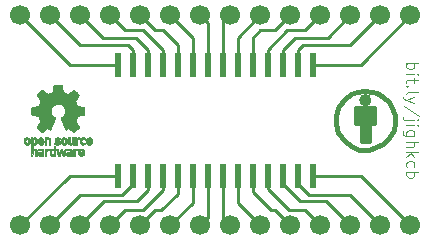
<source format=gbr>
G04 #@! TF.GenerationSoftware,KiCad,Pcbnew,5.0.2-bee76a0~70~ubuntu18.04.1*
G04 #@! TF.CreationDate,2019-03-14T21:08:30-04:00*
G04 #@! TF.ProjectId,soicssop,736f6963-7373-46f7-902e-6b696361645f,rev?*
G04 #@! TF.SameCoordinates,Original*
G04 #@! TF.FileFunction,Copper,L1,Top*
G04 #@! TF.FilePolarity,Positive*
%FSLAX46Y46*%
G04 Gerber Fmt 4.6, Leading zero omitted, Abs format (unit mm)*
G04 Created by KiCad (PCBNEW 5.0.2-bee76a0~70~ubuntu18.04.1) date Thu 14 Mar 2019 21:08:30 EDT*
%MOMM*%
%LPD*%
G01*
G04 APERTURE LIST*
G04 #@! TA.AperFunction,NonConductor*
%ADD10C,0.100000*%
G04 #@! TD*
G04 #@! TA.AperFunction,EtchedComponent*
%ADD11C,0.381000*%
G04 #@! TD*
G04 #@! TA.AperFunction,EtchedComponent*
%ADD12C,0.010000*%
G04 #@! TD*
G04 #@! TA.AperFunction,ComponentPad*
%ADD13C,1.700000*%
G04 #@! TD*
G04 #@! TA.AperFunction,SMDPad,CuDef*
%ADD14R,0.600000X2.000000*%
G04 #@! TD*
G04 #@! TA.AperFunction,Conductor*
%ADD15C,0.250000*%
G04 #@! TD*
G04 APERTURE END LIST*
D10*
X16184619Y4809523D02*
X17184619Y4809523D01*
X16803666Y4809523D02*
X16851285Y4714285D01*
X16851285Y4523809D01*
X16803666Y4428571D01*
X16756047Y4380952D01*
X16660809Y4333333D01*
X16375095Y4333333D01*
X16279857Y4380952D01*
X16232238Y4428571D01*
X16184619Y4523809D01*
X16184619Y4714285D01*
X16232238Y4809523D01*
X16184619Y3904761D02*
X16851285Y3904761D01*
X17184619Y3904761D02*
X17137000Y3952380D01*
X17089380Y3904761D01*
X17137000Y3857142D01*
X17184619Y3904761D01*
X17089380Y3904761D01*
X16851285Y3571428D02*
X16851285Y3190476D01*
X17184619Y3428571D02*
X16327476Y3428571D01*
X16232238Y3380952D01*
X16184619Y3285714D01*
X16184619Y3190476D01*
X16279857Y2857142D02*
X16232238Y2809523D01*
X16184619Y2857142D01*
X16232238Y2904761D01*
X16279857Y2857142D01*
X16184619Y2857142D01*
X16184619Y2238095D02*
X16232238Y2333333D01*
X16327476Y2380952D01*
X17184619Y2380952D01*
X16851285Y1952380D02*
X16184619Y1714285D01*
X16851285Y1476190D02*
X16184619Y1714285D01*
X15946523Y1809523D01*
X15898904Y1857142D01*
X15851285Y1952380D01*
X17232238Y380952D02*
X15946523Y1238095D01*
X16851285Y47619D02*
X15994142Y47619D01*
X15898904Y95238D01*
X15851285Y190476D01*
X15851285Y238095D01*
X17184619Y47619D02*
X17137000Y95238D01*
X17089380Y47619D01*
X17137000Y0D01*
X17184619Y47619D01*
X17089380Y47619D01*
X16184619Y-428571D02*
X16851285Y-428571D01*
X17184619Y-428571D02*
X17137000Y-380952D01*
X17089380Y-428571D01*
X17137000Y-476190D01*
X17184619Y-428571D01*
X17089380Y-428571D01*
X16851285Y-1333333D02*
X16041761Y-1333333D01*
X15946523Y-1285714D01*
X15898904Y-1238095D01*
X15851285Y-1142857D01*
X15851285Y-999999D01*
X15898904Y-904761D01*
X16232238Y-1333333D02*
X16184619Y-1238095D01*
X16184619Y-1047619D01*
X16232238Y-952380D01*
X16279857Y-904761D01*
X16375095Y-857142D01*
X16660809Y-857142D01*
X16756047Y-904761D01*
X16803666Y-952380D01*
X16851285Y-1047619D01*
X16851285Y-1238095D01*
X16803666Y-1333333D01*
X16184619Y-1809523D02*
X17184619Y-1809523D01*
X16184619Y-2238095D02*
X16708428Y-2238095D01*
X16803666Y-2190476D01*
X16851285Y-2095238D01*
X16851285Y-1952380D01*
X16803666Y-1857142D01*
X16756047Y-1809523D01*
X16184619Y-2714285D02*
X17184619Y-2714285D01*
X16565571Y-2809523D02*
X16184619Y-3095238D01*
X16851285Y-3095238D02*
X16470333Y-2714285D01*
X16232238Y-3952380D02*
X16184619Y-3857142D01*
X16184619Y-3666666D01*
X16232238Y-3571428D01*
X16279857Y-3523809D01*
X16375095Y-3476190D01*
X16660809Y-3476190D01*
X16756047Y-3523809D01*
X16803666Y-3571428D01*
X16851285Y-3666666D01*
X16851285Y-3857142D01*
X16803666Y-3952380D01*
X16184619Y-4380952D02*
X17184619Y-4380952D01*
X16803666Y-4380952D02*
X16851285Y-4476190D01*
X16851285Y-4666666D01*
X16803666Y-4761904D01*
X16756047Y-4809523D01*
X16660809Y-4857142D01*
X16375095Y-4857142D01*
X16279857Y-4809523D01*
X16232238Y-4761904D01*
X16184619Y-4666666D01*
X16184619Y-4476190D01*
X16232238Y-4380952D01*
D11*
G04 #@! TO.C,REF\002A\002A*
X12700000Y1899920D02*
X12700000Y1501140D01*
X11998960Y701040D02*
X13299440Y701040D01*
X13200380Y398780D02*
X11998960Y398780D01*
X11899900Y99060D02*
X13200380Y99060D01*
X12700000Y-299720D02*
X12700000Y-1600200D01*
X12799060Y-1800860D02*
X12999720Y-1800860D01*
X12999720Y-1800860D02*
X12999720Y-200660D01*
X12400280Y-299720D02*
X12400280Y-1800860D01*
X12400280Y-1800860D02*
X12900660Y-1800860D01*
X11899900Y1000760D02*
X13401040Y1000760D01*
X13401040Y1000760D02*
X13401040Y-200660D01*
X13401040Y-200660D02*
X11899900Y-200660D01*
X11899900Y-200660D02*
X11899900Y1000760D01*
X13015666Y1699260D02*
G75*
G03X13015666Y1699260I-315666J0D01*
G01*
X12700000Y2499360D02*
X12600940Y2499360D01*
X12600940Y2499360D02*
X11998960Y2400300D01*
X11998960Y2400300D02*
X11501120Y2199640D01*
X11501120Y2199640D02*
X11000740Y1800860D01*
X11000740Y1800860D02*
X10500360Y1198880D01*
X10500360Y1198880D02*
X10299700Y800100D01*
X10299700Y800100D02*
X10200640Y299720D01*
X10200640Y299720D02*
X10200640Y-299720D01*
X10200640Y-299720D02*
X10398760Y-1099820D01*
X10398760Y-1099820D02*
X11000740Y-1800860D01*
X11000740Y-1800860D02*
X11501120Y-2199640D01*
X11501120Y-2199640D02*
X12199620Y-2499360D01*
X12199620Y-2499360D02*
X12999720Y-2499360D01*
X12999720Y-2499360D02*
X13599160Y-2301240D01*
X13599160Y-2301240D02*
X14201140Y-1998980D01*
X14201140Y-1998980D02*
X14698980Y-1501140D01*
X14698980Y-1501140D02*
X15100300Y-800100D01*
X15100300Y-800100D02*
X15199360Y-200660D01*
X15199360Y-200660D02*
X15199360Y398780D01*
X15199360Y398780D02*
X15001240Y1000760D01*
X15001240Y1000760D02*
X14698980Y1501140D01*
X14698980Y1501140D02*
X14201140Y1998980D01*
X14201140Y1998980D02*
X13700760Y2301240D01*
X13700760Y2301240D02*
X13299440Y2400300D01*
X13299440Y2400300D02*
X12700000Y2499360D01*
D12*
G36*
X-12958036Y2709982D02*
X-12901188Y2408430D01*
X-12481662Y2235488D01*
X-12230016Y2406605D01*
X-12159542Y2454250D01*
X-12095837Y2496790D01*
X-12041874Y2532285D01*
X-12000627Y2558790D01*
X-11975066Y2574364D01*
X-11968105Y2577722D01*
X-11955565Y2569086D01*
X-11928769Y2545208D01*
X-11890720Y2509141D01*
X-11844421Y2463933D01*
X-11792877Y2412636D01*
X-11739091Y2358299D01*
X-11686065Y2303972D01*
X-11636805Y2252705D01*
X-11594313Y2207549D01*
X-11561593Y2171554D01*
X-11541649Y2147770D01*
X-11536881Y2139810D01*
X-11543743Y2125135D01*
X-11562980Y2092986D01*
X-11592570Y2046508D01*
X-11630490Y1988844D01*
X-11674718Y1923140D01*
X-11700346Y1885664D01*
X-11747059Y1817232D01*
X-11788568Y1755480D01*
X-11822860Y1703481D01*
X-11847920Y1664308D01*
X-11861736Y1641035D01*
X-11863812Y1636145D01*
X-11859105Y1622245D01*
X-11846277Y1589850D01*
X-11827262Y1543515D01*
X-11803997Y1487794D01*
X-11778416Y1427242D01*
X-11752455Y1366414D01*
X-11728050Y1309864D01*
X-11707137Y1262148D01*
X-11691651Y1227819D01*
X-11683528Y1211432D01*
X-11683048Y1210788D01*
X-11670293Y1207659D01*
X-11636323Y1200679D01*
X-11584660Y1190533D01*
X-11518824Y1177908D01*
X-11442336Y1163491D01*
X-11397710Y1155177D01*
X-11315979Y1139616D01*
X-11242157Y1124808D01*
X-11179979Y1111564D01*
X-11133178Y1100695D01*
X-11105491Y1093011D01*
X-11099926Y1090573D01*
X-11094474Y1074070D01*
X-11090076Y1036800D01*
X-11086728Y983120D01*
X-11084426Y917388D01*
X-11083168Y843963D01*
X-11082952Y767204D01*
X-11083773Y691468D01*
X-11085629Y621114D01*
X-11088518Y560500D01*
X-11092435Y513984D01*
X-11097378Y485925D01*
X-11100343Y480084D01*
X-11118066Y473083D01*
X-11155619Y463073D01*
X-11208036Y451231D01*
X-11270348Y438733D01*
X-11292100Y434690D01*
X-11396976Y415480D01*
X-11479820Y400009D01*
X-11543370Y387663D01*
X-11590363Y377827D01*
X-11623537Y369886D01*
X-11645629Y363224D01*
X-11659376Y357227D01*
X-11667516Y351281D01*
X-11668655Y350106D01*
X-11680023Y331174D01*
X-11697365Y294331D01*
X-11718950Y244087D01*
X-11743046Y184954D01*
X-11767921Y121444D01*
X-11791843Y58068D01*
X-11813081Y-662D01*
X-11829903Y-50235D01*
X-11840578Y-86139D01*
X-11843373Y-103862D01*
X-11843140Y-104483D01*
X-11833669Y-118970D01*
X-11812182Y-150844D01*
X-11780937Y-196789D01*
X-11742193Y-253485D01*
X-11698207Y-317617D01*
X-11685681Y-335842D01*
X-11641016Y-401914D01*
X-11601712Y-462200D01*
X-11569912Y-513235D01*
X-11547755Y-551560D01*
X-11537383Y-573711D01*
X-11536881Y-576432D01*
X-11545595Y-590736D01*
X-11569675Y-619072D01*
X-11606024Y-658396D01*
X-11651547Y-705661D01*
X-11703148Y-757823D01*
X-11757733Y-811835D01*
X-11812206Y-864653D01*
X-11863471Y-913231D01*
X-11908433Y-954523D01*
X-11943996Y-985485D01*
X-11967065Y-1003070D01*
X-11973446Y-1005941D01*
X-11988301Y-999178D01*
X-12018714Y-980939D01*
X-12059732Y-954297D01*
X-12091291Y-932852D01*
X-12148475Y-893503D01*
X-12216194Y-847171D01*
X-12284120Y-800913D01*
X-12320639Y-776155D01*
X-12444248Y-692547D01*
X-12548009Y-748650D01*
X-12595280Y-773228D01*
X-12635477Y-792331D01*
X-12662674Y-803227D01*
X-12669598Y-804743D01*
X-12677923Y-793549D01*
X-12694346Y-761917D01*
X-12717643Y-712765D01*
X-12746586Y-649010D01*
X-12779950Y-573571D01*
X-12816509Y-489364D01*
X-12855036Y-399308D01*
X-12894306Y-306321D01*
X-12933092Y-213320D01*
X-12970170Y-123223D01*
X-13004311Y-38948D01*
X-13034292Y36587D01*
X-13058884Y100466D01*
X-13076864Y149769D01*
X-13087003Y181579D01*
X-13088634Y192504D01*
X-13075709Y206439D01*
X-13047411Y229060D01*
X-13009654Y255667D01*
X-13006485Y257772D01*
X-12908900Y335886D01*
X-12830214Y427018D01*
X-12771109Y528255D01*
X-12732268Y636682D01*
X-12714372Y749386D01*
X-12718103Y863452D01*
X-12744143Y975966D01*
X-12793175Y1084015D01*
X-12807600Y1107655D01*
X-12882631Y1203113D01*
X-12971270Y1279768D01*
X-13070451Y1337220D01*
X-13177105Y1375071D01*
X-13288164Y1392922D01*
X-13400561Y1390375D01*
X-13511227Y1367030D01*
X-13617094Y1322490D01*
X-13715095Y1256355D01*
X-13745410Y1229513D01*
X-13822562Y1145488D01*
X-13878782Y1057034D01*
X-13917347Y957885D01*
X-13938826Y859697D01*
X-13944128Y749303D01*
X-13926448Y638360D01*
X-13887581Y530619D01*
X-13829323Y429831D01*
X-13753469Y339744D01*
X-13661817Y264108D01*
X-13649772Y256136D01*
X-13611611Y230026D01*
X-13582601Y207405D01*
X-13568732Y192961D01*
X-13568531Y192504D01*
X-13571508Y176879D01*
X-13583311Y141418D01*
X-13602714Y89038D01*
X-13628488Y22655D01*
X-13659409Y-54814D01*
X-13694249Y-140450D01*
X-13731783Y-231337D01*
X-13770783Y-324559D01*
X-13810023Y-417197D01*
X-13848276Y-506335D01*
X-13884317Y-589055D01*
X-13916917Y-662441D01*
X-13944852Y-723575D01*
X-13966895Y-769541D01*
X-13981818Y-797421D01*
X-13987828Y-804743D01*
X-14006191Y-799041D01*
X-14040552Y-783749D01*
X-14084984Y-761599D01*
X-14109417Y-748650D01*
X-14213178Y-692547D01*
X-14336787Y-776155D01*
X-14399886Y-818987D01*
X-14468970Y-866122D01*
X-14533707Y-910503D01*
X-14566134Y-932852D01*
X-14611741Y-963477D01*
X-14650360Y-987747D01*
X-14676952Y-1002587D01*
X-14685590Y-1005724D01*
X-14698161Y-997261D01*
X-14725984Y-973636D01*
X-14766361Y-937302D01*
X-14816595Y-890711D01*
X-14873988Y-836317D01*
X-14910286Y-801392D01*
X-14973790Y-738996D01*
X-15028673Y-683188D01*
X-15072714Y-636354D01*
X-15103695Y-600882D01*
X-15119398Y-579161D01*
X-15120905Y-574752D01*
X-15113914Y-557985D01*
X-15094594Y-524082D01*
X-15065091Y-476476D01*
X-15027545Y-418599D01*
X-14984100Y-353884D01*
X-14971745Y-335842D01*
X-14926727Y-270267D01*
X-14886340Y-211228D01*
X-14852840Y-162042D01*
X-14828486Y-126028D01*
X-14815536Y-106502D01*
X-14814285Y-104483D01*
X-14816156Y-88922D01*
X-14826087Y-54709D01*
X-14842347Y-6355D01*
X-14863205Y51629D01*
X-14886927Y114730D01*
X-14911784Y178437D01*
X-14936042Y238239D01*
X-14957971Y289624D01*
X-14975838Y328081D01*
X-14987913Y349098D01*
X-14988771Y350106D01*
X-14996154Y356112D01*
X-15008625Y362052D01*
X-15028920Y368540D01*
X-15059778Y376191D01*
X-15103934Y385620D01*
X-15164126Y397441D01*
X-15243093Y412271D01*
X-15343570Y430723D01*
X-15365325Y434690D01*
X-15429802Y447147D01*
X-15486011Y459334D01*
X-15528987Y470074D01*
X-15553760Y478191D01*
X-15557082Y480084D01*
X-15562556Y496862D01*
X-15567006Y534355D01*
X-15570428Y588206D01*
X-15572819Y654056D01*
X-15574177Y727547D01*
X-15574499Y804320D01*
X-15573781Y880017D01*
X-15572021Y950280D01*
X-15569216Y1010750D01*
X-15565362Y1057070D01*
X-15560457Y1084881D01*
X-15557500Y1090573D01*
X-15541037Y1096314D01*
X-15503551Y1105655D01*
X-15448775Y1117785D01*
X-15380445Y1131893D01*
X-15302294Y1147170D01*
X-15259716Y1155177D01*
X-15178929Y1170279D01*
X-15106887Y1183960D01*
X-15047111Y1195533D01*
X-15003121Y1204313D01*
X-14978439Y1209613D01*
X-14974377Y1210788D01*
X-14967511Y1224035D01*
X-14952998Y1255943D01*
X-14932771Y1301953D01*
X-14908766Y1357508D01*
X-14882918Y1418047D01*
X-14857160Y1479014D01*
X-14833427Y1535849D01*
X-14813654Y1583994D01*
X-14799776Y1618890D01*
X-14793726Y1635979D01*
X-14793614Y1636726D01*
X-14800472Y1650207D01*
X-14819698Y1681230D01*
X-14849272Y1726711D01*
X-14887173Y1783568D01*
X-14931380Y1848717D01*
X-14957079Y1886138D01*
X-15003907Y1954753D01*
X-15045499Y2017048D01*
X-15079825Y2069871D01*
X-15104857Y2110073D01*
X-15118565Y2134500D01*
X-15120544Y2139976D01*
X-15112034Y2152722D01*
X-15088507Y2179937D01*
X-15052968Y2218572D01*
X-15008423Y2265577D01*
X-14957877Y2317905D01*
X-14904336Y2372505D01*
X-14850805Y2426330D01*
X-14800289Y2476330D01*
X-14755794Y2519457D01*
X-14720325Y2552661D01*
X-14696887Y2572894D01*
X-14689046Y2577722D01*
X-14676280Y2570933D01*
X-14645744Y2551858D01*
X-14600410Y2522439D01*
X-14543244Y2484619D01*
X-14477216Y2440339D01*
X-14427410Y2406605D01*
X-14175764Y2235488D01*
X-13966001Y2321959D01*
X-13756237Y2408430D01*
X-13699389Y2709982D01*
X-13642540Y3011534D01*
X-13014885Y3011534D01*
X-12958036Y2709982D01*
X-12958036Y2709982D01*
G37*
X-12958036Y2709982D02*
X-12901188Y2408430D01*
X-12481662Y2235488D01*
X-12230016Y2406605D01*
X-12159542Y2454250D01*
X-12095837Y2496790D01*
X-12041874Y2532285D01*
X-12000627Y2558790D01*
X-11975066Y2574364D01*
X-11968105Y2577722D01*
X-11955565Y2569086D01*
X-11928769Y2545208D01*
X-11890720Y2509141D01*
X-11844421Y2463933D01*
X-11792877Y2412636D01*
X-11739091Y2358299D01*
X-11686065Y2303972D01*
X-11636805Y2252705D01*
X-11594313Y2207549D01*
X-11561593Y2171554D01*
X-11541649Y2147770D01*
X-11536881Y2139810D01*
X-11543743Y2125135D01*
X-11562980Y2092986D01*
X-11592570Y2046508D01*
X-11630490Y1988844D01*
X-11674718Y1923140D01*
X-11700346Y1885664D01*
X-11747059Y1817232D01*
X-11788568Y1755480D01*
X-11822860Y1703481D01*
X-11847920Y1664308D01*
X-11861736Y1641035D01*
X-11863812Y1636145D01*
X-11859105Y1622245D01*
X-11846277Y1589850D01*
X-11827262Y1543515D01*
X-11803997Y1487794D01*
X-11778416Y1427242D01*
X-11752455Y1366414D01*
X-11728050Y1309864D01*
X-11707137Y1262148D01*
X-11691651Y1227819D01*
X-11683528Y1211432D01*
X-11683048Y1210788D01*
X-11670293Y1207659D01*
X-11636323Y1200679D01*
X-11584660Y1190533D01*
X-11518824Y1177908D01*
X-11442336Y1163491D01*
X-11397710Y1155177D01*
X-11315979Y1139616D01*
X-11242157Y1124808D01*
X-11179979Y1111564D01*
X-11133178Y1100695D01*
X-11105491Y1093011D01*
X-11099926Y1090573D01*
X-11094474Y1074070D01*
X-11090076Y1036800D01*
X-11086728Y983120D01*
X-11084426Y917388D01*
X-11083168Y843963D01*
X-11082952Y767204D01*
X-11083773Y691468D01*
X-11085629Y621114D01*
X-11088518Y560500D01*
X-11092435Y513984D01*
X-11097378Y485925D01*
X-11100343Y480084D01*
X-11118066Y473083D01*
X-11155619Y463073D01*
X-11208036Y451231D01*
X-11270348Y438733D01*
X-11292100Y434690D01*
X-11396976Y415480D01*
X-11479820Y400009D01*
X-11543370Y387663D01*
X-11590363Y377827D01*
X-11623537Y369886D01*
X-11645629Y363224D01*
X-11659376Y357227D01*
X-11667516Y351281D01*
X-11668655Y350106D01*
X-11680023Y331174D01*
X-11697365Y294331D01*
X-11718950Y244087D01*
X-11743046Y184954D01*
X-11767921Y121444D01*
X-11791843Y58068D01*
X-11813081Y-662D01*
X-11829903Y-50235D01*
X-11840578Y-86139D01*
X-11843373Y-103862D01*
X-11843140Y-104483D01*
X-11833669Y-118970D01*
X-11812182Y-150844D01*
X-11780937Y-196789D01*
X-11742193Y-253485D01*
X-11698207Y-317617D01*
X-11685681Y-335842D01*
X-11641016Y-401914D01*
X-11601712Y-462200D01*
X-11569912Y-513235D01*
X-11547755Y-551560D01*
X-11537383Y-573711D01*
X-11536881Y-576432D01*
X-11545595Y-590736D01*
X-11569675Y-619072D01*
X-11606024Y-658396D01*
X-11651547Y-705661D01*
X-11703148Y-757823D01*
X-11757733Y-811835D01*
X-11812206Y-864653D01*
X-11863471Y-913231D01*
X-11908433Y-954523D01*
X-11943996Y-985485D01*
X-11967065Y-1003070D01*
X-11973446Y-1005941D01*
X-11988301Y-999178D01*
X-12018714Y-980939D01*
X-12059732Y-954297D01*
X-12091291Y-932852D01*
X-12148475Y-893503D01*
X-12216194Y-847171D01*
X-12284120Y-800913D01*
X-12320639Y-776155D01*
X-12444248Y-692547D01*
X-12548009Y-748650D01*
X-12595280Y-773228D01*
X-12635477Y-792331D01*
X-12662674Y-803227D01*
X-12669598Y-804743D01*
X-12677923Y-793549D01*
X-12694346Y-761917D01*
X-12717643Y-712765D01*
X-12746586Y-649010D01*
X-12779950Y-573571D01*
X-12816509Y-489364D01*
X-12855036Y-399308D01*
X-12894306Y-306321D01*
X-12933092Y-213320D01*
X-12970170Y-123223D01*
X-13004311Y-38948D01*
X-13034292Y36587D01*
X-13058884Y100466D01*
X-13076864Y149769D01*
X-13087003Y181579D01*
X-13088634Y192504D01*
X-13075709Y206439D01*
X-13047411Y229060D01*
X-13009654Y255667D01*
X-13006485Y257772D01*
X-12908900Y335886D01*
X-12830214Y427018D01*
X-12771109Y528255D01*
X-12732268Y636682D01*
X-12714372Y749386D01*
X-12718103Y863452D01*
X-12744143Y975966D01*
X-12793175Y1084015D01*
X-12807600Y1107655D01*
X-12882631Y1203113D01*
X-12971270Y1279768D01*
X-13070451Y1337220D01*
X-13177105Y1375071D01*
X-13288164Y1392922D01*
X-13400561Y1390375D01*
X-13511227Y1367030D01*
X-13617094Y1322490D01*
X-13715095Y1256355D01*
X-13745410Y1229513D01*
X-13822562Y1145488D01*
X-13878782Y1057034D01*
X-13917347Y957885D01*
X-13938826Y859697D01*
X-13944128Y749303D01*
X-13926448Y638360D01*
X-13887581Y530619D01*
X-13829323Y429831D01*
X-13753469Y339744D01*
X-13661817Y264108D01*
X-13649772Y256136D01*
X-13611611Y230026D01*
X-13582601Y207405D01*
X-13568732Y192961D01*
X-13568531Y192504D01*
X-13571508Y176879D01*
X-13583311Y141418D01*
X-13602714Y89038D01*
X-13628488Y22655D01*
X-13659409Y-54814D01*
X-13694249Y-140450D01*
X-13731783Y-231337D01*
X-13770783Y-324559D01*
X-13810023Y-417197D01*
X-13848276Y-506335D01*
X-13884317Y-589055D01*
X-13916917Y-662441D01*
X-13944852Y-723575D01*
X-13966895Y-769541D01*
X-13981818Y-797421D01*
X-13987828Y-804743D01*
X-14006191Y-799041D01*
X-14040552Y-783749D01*
X-14084984Y-761599D01*
X-14109417Y-748650D01*
X-14213178Y-692547D01*
X-14336787Y-776155D01*
X-14399886Y-818987D01*
X-14468970Y-866122D01*
X-14533707Y-910503D01*
X-14566134Y-932852D01*
X-14611741Y-963477D01*
X-14650360Y-987747D01*
X-14676952Y-1002587D01*
X-14685590Y-1005724D01*
X-14698161Y-997261D01*
X-14725984Y-973636D01*
X-14766361Y-937302D01*
X-14816595Y-890711D01*
X-14873988Y-836317D01*
X-14910286Y-801392D01*
X-14973790Y-738996D01*
X-15028673Y-683188D01*
X-15072714Y-636354D01*
X-15103695Y-600882D01*
X-15119398Y-579161D01*
X-15120905Y-574752D01*
X-15113914Y-557985D01*
X-15094594Y-524082D01*
X-15065091Y-476476D01*
X-15027545Y-418599D01*
X-14984100Y-353884D01*
X-14971745Y-335842D01*
X-14926727Y-270267D01*
X-14886340Y-211228D01*
X-14852840Y-162042D01*
X-14828486Y-126028D01*
X-14815536Y-106502D01*
X-14814285Y-104483D01*
X-14816156Y-88922D01*
X-14826087Y-54709D01*
X-14842347Y-6355D01*
X-14863205Y51629D01*
X-14886927Y114730D01*
X-14911784Y178437D01*
X-14936042Y238239D01*
X-14957971Y289624D01*
X-14975838Y328081D01*
X-14987913Y349098D01*
X-14988771Y350106D01*
X-14996154Y356112D01*
X-15008625Y362052D01*
X-15028920Y368540D01*
X-15059778Y376191D01*
X-15103934Y385620D01*
X-15164126Y397441D01*
X-15243093Y412271D01*
X-15343570Y430723D01*
X-15365325Y434690D01*
X-15429802Y447147D01*
X-15486011Y459334D01*
X-15528987Y470074D01*
X-15553760Y478191D01*
X-15557082Y480084D01*
X-15562556Y496862D01*
X-15567006Y534355D01*
X-15570428Y588206D01*
X-15572819Y654056D01*
X-15574177Y727547D01*
X-15574499Y804320D01*
X-15573781Y880017D01*
X-15572021Y950280D01*
X-15569216Y1010750D01*
X-15565362Y1057070D01*
X-15560457Y1084881D01*
X-15557500Y1090573D01*
X-15541037Y1096314D01*
X-15503551Y1105655D01*
X-15448775Y1117785D01*
X-15380445Y1131893D01*
X-15302294Y1147170D01*
X-15259716Y1155177D01*
X-15178929Y1170279D01*
X-15106887Y1183960D01*
X-15047111Y1195533D01*
X-15003121Y1204313D01*
X-14978439Y1209613D01*
X-14974377Y1210788D01*
X-14967511Y1224035D01*
X-14952998Y1255943D01*
X-14932771Y1301953D01*
X-14908766Y1357508D01*
X-14882918Y1418047D01*
X-14857160Y1479014D01*
X-14833427Y1535849D01*
X-14813654Y1583994D01*
X-14799776Y1618890D01*
X-14793726Y1635979D01*
X-14793614Y1636726D01*
X-14800472Y1650207D01*
X-14819698Y1681230D01*
X-14849272Y1726711D01*
X-14887173Y1783568D01*
X-14931380Y1848717D01*
X-14957079Y1886138D01*
X-15003907Y1954753D01*
X-15045499Y2017048D01*
X-15079825Y2069871D01*
X-15104857Y2110073D01*
X-15118565Y2134500D01*
X-15120544Y2139976D01*
X-15112034Y2152722D01*
X-15088507Y2179937D01*
X-15052968Y2218572D01*
X-15008423Y2265577D01*
X-14957877Y2317905D01*
X-14904336Y2372505D01*
X-14850805Y2426330D01*
X-14800289Y2476330D01*
X-14755794Y2519457D01*
X-14720325Y2552661D01*
X-14696887Y2572894D01*
X-14689046Y2577722D01*
X-14676280Y2570933D01*
X-14645744Y2551858D01*
X-14600410Y2522439D01*
X-14543244Y2484619D01*
X-14477216Y2440339D01*
X-14427410Y2406605D01*
X-14175764Y2235488D01*
X-13966001Y2321959D01*
X-13756237Y2408430D01*
X-13699389Y2709982D01*
X-13642540Y3011534D01*
X-13014885Y3011534D01*
X-12958036Y2709982D01*
G36*
X-11535540Y-1458030D02*
X-11492289Y-1471245D01*
X-11464442Y-1487941D01*
X-11455371Y-1501145D01*
X-11457868Y-1516797D01*
X-11474069Y-1541385D01*
X-11487768Y-1558800D01*
X-11516008Y-1590283D01*
X-11537225Y-1603529D01*
X-11555312Y-1602664D01*
X-11608965Y-1589010D01*
X-11648370Y-1589630D01*
X-11680368Y-1605104D01*
X-11691110Y-1614161D01*
X-11725495Y-1646027D01*
X-11725495Y-2062179D01*
X-11863812Y-2062179D01*
X-11863812Y-1458614D01*
X-11794653Y-1458614D01*
X-11753131Y-1460256D01*
X-11731709Y-1466087D01*
X-11725498Y-1477461D01*
X-11725495Y-1477798D01*
X-11722561Y-1489713D01*
X-11709296Y-1488159D01*
X-11690916Y-1479563D01*
X-11652954Y-1463568D01*
X-11622128Y-1453945D01*
X-11582464Y-1451478D01*
X-11535540Y-1458030D01*
X-11535540Y-1458030D01*
G37*
X-11535540Y-1458030D02*
X-11492289Y-1471245D01*
X-11464442Y-1487941D01*
X-11455371Y-1501145D01*
X-11457868Y-1516797D01*
X-11474069Y-1541385D01*
X-11487768Y-1558800D01*
X-11516008Y-1590283D01*
X-11537225Y-1603529D01*
X-11555312Y-1602664D01*
X-11608965Y-1589010D01*
X-11648370Y-1589630D01*
X-11680368Y-1605104D01*
X-11691110Y-1614161D01*
X-11725495Y-1646027D01*
X-11725495Y-2062179D01*
X-11863812Y-2062179D01*
X-11863812Y-1458614D01*
X-11794653Y-1458614D01*
X-11753131Y-1460256D01*
X-11731709Y-1466087D01*
X-11725498Y-1477461D01*
X-11725495Y-1477798D01*
X-11722561Y-1489713D01*
X-11709296Y-1488159D01*
X-11690916Y-1479563D01*
X-11652954Y-1463568D01*
X-11622128Y-1453945D01*
X-11582464Y-1451478D01*
X-11535540Y-1458030D01*
G36*
X-14089012Y-1469002D02*
X-14057717Y-1483950D01*
X-14027409Y-1505541D01*
X-14004318Y-1530391D01*
X-13987500Y-1562087D01*
X-13976006Y-1604214D01*
X-13968891Y-1660358D01*
X-13965207Y-1734106D01*
X-13964008Y-1829044D01*
X-13963989Y-1838985D01*
X-13963713Y-2062179D01*
X-14102030Y-2062179D01*
X-14102030Y-1856418D01*
X-14102128Y-1780189D01*
X-14102809Y-1724939D01*
X-14104651Y-1686501D01*
X-14108233Y-1660706D01*
X-14114132Y-1643384D01*
X-14122927Y-1630368D01*
X-14135180Y-1617507D01*
X-14178047Y-1589873D01*
X-14224843Y-1584745D01*
X-14269424Y-1602217D01*
X-14284928Y-1615221D01*
X-14296310Y-1627447D01*
X-14304481Y-1640540D01*
X-14309974Y-1658615D01*
X-14313320Y-1685787D01*
X-14315051Y-1726170D01*
X-14315697Y-1783879D01*
X-14315792Y-1854132D01*
X-14315792Y-2062179D01*
X-14454109Y-2062179D01*
X-14454109Y-1458614D01*
X-14384950Y-1458614D01*
X-14343428Y-1460256D01*
X-14322006Y-1466087D01*
X-14315795Y-1477461D01*
X-14315792Y-1477798D01*
X-14312910Y-1488938D01*
X-14300199Y-1487674D01*
X-14274926Y-1475434D01*
X-14217605Y-1457424D01*
X-14152037Y-1455421D01*
X-14089012Y-1469002D01*
X-14089012Y-1469002D01*
G37*
X-14089012Y-1469002D02*
X-14057717Y-1483950D01*
X-14027409Y-1505541D01*
X-14004318Y-1530391D01*
X-13987500Y-1562087D01*
X-13976006Y-1604214D01*
X-13968891Y-1660358D01*
X-13965207Y-1734106D01*
X-13964008Y-1829044D01*
X-13963989Y-1838985D01*
X-13963713Y-2062179D01*
X-14102030Y-2062179D01*
X-14102030Y-1856418D01*
X-14102128Y-1780189D01*
X-14102809Y-1724939D01*
X-14104651Y-1686501D01*
X-14108233Y-1660706D01*
X-14114132Y-1643384D01*
X-14122927Y-1630368D01*
X-14135180Y-1617507D01*
X-14178047Y-1589873D01*
X-14224843Y-1584745D01*
X-14269424Y-1602217D01*
X-14284928Y-1615221D01*
X-14296310Y-1627447D01*
X-14304481Y-1640540D01*
X-14309974Y-1658615D01*
X-14313320Y-1685787D01*
X-14315051Y-1726170D01*
X-14315697Y-1783879D01*
X-14315792Y-1854132D01*
X-14315792Y-2062179D01*
X-14454109Y-2062179D01*
X-14454109Y-1458614D01*
X-14384950Y-1458614D01*
X-14343428Y-1460256D01*
X-14322006Y-1466087D01*
X-14315795Y-1477461D01*
X-14315792Y-1477798D01*
X-14312910Y-1488938D01*
X-14300199Y-1487674D01*
X-14274926Y-1475434D01*
X-14217605Y-1457424D01*
X-14152037Y-1455421D01*
X-14089012Y-1469002D01*
G36*
X-10657102Y-1456457D02*
X-10624904Y-1464279D01*
X-10563175Y-1492921D01*
X-10510390Y-1536667D01*
X-10473859Y-1589117D01*
X-10468840Y-1600893D01*
X-10461955Y-1631740D01*
X-10457136Y-1677371D01*
X-10455495Y-1723492D01*
X-10455495Y-1810693D01*
X-10637822Y-1810693D01*
X-10713021Y-1810978D01*
X-10765997Y-1812704D01*
X-10799675Y-1817181D01*
X-10816980Y-1825720D01*
X-10820837Y-1839630D01*
X-10814171Y-1860222D01*
X-10802230Y-1884315D01*
X-10768920Y-1924525D01*
X-10722632Y-1944558D01*
X-10666056Y-1943905D01*
X-10601969Y-1922101D01*
X-10546583Y-1895193D01*
X-10500625Y-1931532D01*
X-10454667Y-1967872D01*
X-10497904Y-2007819D01*
X-10555626Y-2045563D01*
X-10626614Y-2068320D01*
X-10702971Y-2074688D01*
X-10776801Y-2063268D01*
X-10788713Y-2059393D01*
X-10853601Y-2025506D01*
X-10901870Y-1974986D01*
X-10934535Y-1906325D01*
X-10952615Y-1818014D01*
X-10952825Y-1816121D01*
X-10954444Y-1719878D01*
X-10947900Y-1685542D01*
X-10820148Y-1685542D01*
X-10808416Y-1690822D01*
X-10776562Y-1694867D01*
X-10729603Y-1697176D01*
X-10699846Y-1697525D01*
X-10644352Y-1697306D01*
X-10609654Y-1695916D01*
X-10591399Y-1692251D01*
X-10585234Y-1685210D01*
X-10586805Y-1673690D01*
X-10588122Y-1669233D01*
X-10610618Y-1627355D01*
X-10645997Y-1593604D01*
X-10677220Y-1578773D01*
X-10718699Y-1579668D01*
X-10760731Y-1598164D01*
X-10795988Y-1628786D01*
X-10817146Y-1666062D01*
X-10820148Y-1685542D01*
X-10947900Y-1685542D01*
X-10938310Y-1635229D01*
X-10906302Y-1564191D01*
X-10860299Y-1508779D01*
X-10802179Y-1471009D01*
X-10733820Y-1452896D01*
X-10657102Y-1456457D01*
X-10657102Y-1456457D01*
G37*
X-10657102Y-1456457D02*
X-10624904Y-1464279D01*
X-10563175Y-1492921D01*
X-10510390Y-1536667D01*
X-10473859Y-1589117D01*
X-10468840Y-1600893D01*
X-10461955Y-1631740D01*
X-10457136Y-1677371D01*
X-10455495Y-1723492D01*
X-10455495Y-1810693D01*
X-10637822Y-1810693D01*
X-10713021Y-1810978D01*
X-10765997Y-1812704D01*
X-10799675Y-1817181D01*
X-10816980Y-1825720D01*
X-10820837Y-1839630D01*
X-10814171Y-1860222D01*
X-10802230Y-1884315D01*
X-10768920Y-1924525D01*
X-10722632Y-1944558D01*
X-10666056Y-1943905D01*
X-10601969Y-1922101D01*
X-10546583Y-1895193D01*
X-10500625Y-1931532D01*
X-10454667Y-1967872D01*
X-10497904Y-2007819D01*
X-10555626Y-2045563D01*
X-10626614Y-2068320D01*
X-10702971Y-2074688D01*
X-10776801Y-2063268D01*
X-10788713Y-2059393D01*
X-10853601Y-2025506D01*
X-10901870Y-1974986D01*
X-10934535Y-1906325D01*
X-10952615Y-1818014D01*
X-10952825Y-1816121D01*
X-10954444Y-1719878D01*
X-10947900Y-1685542D01*
X-10820148Y-1685542D01*
X-10808416Y-1690822D01*
X-10776562Y-1694867D01*
X-10729603Y-1697176D01*
X-10699846Y-1697525D01*
X-10644352Y-1697306D01*
X-10609654Y-1695916D01*
X-10591399Y-1692251D01*
X-10585234Y-1685210D01*
X-10586805Y-1673690D01*
X-10588122Y-1669233D01*
X-10610618Y-1627355D01*
X-10645997Y-1593604D01*
X-10677220Y-1578773D01*
X-10718699Y-1579668D01*
X-10760731Y-1598164D01*
X-10795988Y-1628786D01*
X-10817146Y-1666062D01*
X-10820148Y-1685542D01*
X-10947900Y-1685542D01*
X-10938310Y-1635229D01*
X-10906302Y-1564191D01*
X-10860299Y-1508779D01*
X-10802179Y-1471009D01*
X-10733820Y-1452896D01*
X-10657102Y-1456457D01*
G36*
X-11117774Y-1463880D02*
X-11044920Y-1494830D01*
X-11021973Y-1509895D01*
X-10992646Y-1533048D01*
X-10974236Y-1551253D01*
X-10971039Y-1557183D01*
X-10980065Y-1570340D01*
X-11003163Y-1592667D01*
X-11021656Y-1608250D01*
X-11072272Y-1648926D01*
X-11112240Y-1615295D01*
X-11143126Y-1593584D01*
X-11173241Y-1586090D01*
X-11207708Y-1587920D01*
X-11262439Y-1601528D01*
X-11300114Y-1629772D01*
X-11323009Y-1675433D01*
X-11333403Y-1741289D01*
X-11333405Y-1741331D01*
X-11332506Y-1814939D01*
X-11318537Y-1868946D01*
X-11290672Y-1905716D01*
X-11271675Y-1918168D01*
X-11221224Y-1933673D01*
X-11167337Y-1933683D01*
X-11120454Y-1918638D01*
X-11109356Y-1911287D01*
X-11081524Y-1892511D01*
X-11059764Y-1889434D01*
X-11036296Y-1903409D01*
X-11010351Y-1928510D01*
X-10969284Y-1970880D01*
X-11014879Y-2008464D01*
X-11085326Y-2050882D01*
X-11164767Y-2071785D01*
X-11247785Y-2070272D01*
X-11302306Y-2056411D01*
X-11366030Y-2022135D01*
X-11416995Y-1968212D01*
X-11440149Y-1930149D01*
X-11458901Y-1875536D01*
X-11468285Y-1806369D01*
X-11468357Y-1731407D01*
X-11459176Y-1659409D01*
X-11440801Y-1599137D01*
X-11437907Y-1592958D01*
X-11395048Y-1532351D01*
X-11337021Y-1488224D01*
X-11268409Y-1461493D01*
X-11193799Y-1453073D01*
X-11117774Y-1463880D01*
X-11117774Y-1463880D01*
G37*
X-11117774Y-1463880D02*
X-11044920Y-1494830D01*
X-11021973Y-1509895D01*
X-10992646Y-1533048D01*
X-10974236Y-1551253D01*
X-10971039Y-1557183D01*
X-10980065Y-1570340D01*
X-11003163Y-1592667D01*
X-11021656Y-1608250D01*
X-11072272Y-1648926D01*
X-11112240Y-1615295D01*
X-11143126Y-1593584D01*
X-11173241Y-1586090D01*
X-11207708Y-1587920D01*
X-11262439Y-1601528D01*
X-11300114Y-1629772D01*
X-11323009Y-1675433D01*
X-11333403Y-1741289D01*
X-11333405Y-1741331D01*
X-11332506Y-1814939D01*
X-11318537Y-1868946D01*
X-11290672Y-1905716D01*
X-11271675Y-1918168D01*
X-11221224Y-1933673D01*
X-11167337Y-1933683D01*
X-11120454Y-1918638D01*
X-11109356Y-1911287D01*
X-11081524Y-1892511D01*
X-11059764Y-1889434D01*
X-11036296Y-1903409D01*
X-11010351Y-1928510D01*
X-10969284Y-1970880D01*
X-11014879Y-2008464D01*
X-11085326Y-2050882D01*
X-11164767Y-2071785D01*
X-11247785Y-2070272D01*
X-11302306Y-2056411D01*
X-11366030Y-2022135D01*
X-11416995Y-1968212D01*
X-11440149Y-1930149D01*
X-11458901Y-1875536D01*
X-11468285Y-1806369D01*
X-11468357Y-1731407D01*
X-11459176Y-1659409D01*
X-11440801Y-1599137D01*
X-11437907Y-1592958D01*
X-11395048Y-1532351D01*
X-11337021Y-1488224D01*
X-11268409Y-1461493D01*
X-11193799Y-1453073D01*
X-11117774Y-1463880D01*
G36*
X-12341633Y-1654342D02*
X-12340445Y-1746563D01*
X-12336103Y-1816610D01*
X-12327442Y-1867381D01*
X-12313296Y-1901772D01*
X-12292500Y-1922679D01*
X-12263890Y-1933000D01*
X-12228465Y-1935636D01*
X-12191364Y-1932682D01*
X-12163182Y-1921889D01*
X-12142757Y-1900360D01*
X-12128921Y-1865199D01*
X-12120509Y-1813510D01*
X-12116357Y-1742394D01*
X-12115297Y-1654342D01*
X-12115297Y-1458614D01*
X-11976980Y-1458614D01*
X-11976980Y-2062179D01*
X-12046138Y-2062179D01*
X-12087830Y-2060489D01*
X-12109299Y-2054556D01*
X-12115297Y-2043293D01*
X-12118909Y-2033261D01*
X-12133286Y-2035383D01*
X-12162264Y-2049580D01*
X-12228681Y-2071480D01*
X-12299125Y-2069928D01*
X-12366623Y-2046147D01*
X-12398767Y-2027362D01*
X-12423285Y-2007022D01*
X-12441196Y-1981573D01*
X-12453521Y-1947458D01*
X-12461277Y-1901121D01*
X-12465484Y-1839007D01*
X-12467160Y-1757561D01*
X-12467376Y-1694578D01*
X-12467376Y-1458614D01*
X-12341633Y-1458614D01*
X-12341633Y-1654342D01*
X-12341633Y-1654342D01*
G37*
X-12341633Y-1654342D02*
X-12340445Y-1746563D01*
X-12336103Y-1816610D01*
X-12327442Y-1867381D01*
X-12313296Y-1901772D01*
X-12292500Y-1922679D01*
X-12263890Y-1933000D01*
X-12228465Y-1935636D01*
X-12191364Y-1932682D01*
X-12163182Y-1921889D01*
X-12142757Y-1900360D01*
X-12128921Y-1865199D01*
X-12120509Y-1813510D01*
X-12116357Y-1742394D01*
X-12115297Y-1654342D01*
X-12115297Y-1458614D01*
X-11976980Y-1458614D01*
X-11976980Y-2062179D01*
X-12046138Y-2062179D01*
X-12087830Y-2060489D01*
X-12109299Y-2054556D01*
X-12115297Y-2043293D01*
X-12118909Y-2033261D01*
X-12133286Y-2035383D01*
X-12162264Y-2049580D01*
X-12228681Y-2071480D01*
X-12299125Y-2069928D01*
X-12366623Y-2046147D01*
X-12398767Y-2027362D01*
X-12423285Y-2007022D01*
X-12441196Y-1981573D01*
X-12453521Y-1947458D01*
X-12461277Y-1901121D01*
X-12465484Y-1839007D01*
X-12467160Y-1757561D01*
X-12467376Y-1694578D01*
X-12467376Y-1458614D01*
X-12341633Y-1458614D01*
X-12341633Y-1654342D01*
G36*
X-12724238Y-1466055D02*
X-12660637Y-1500692D01*
X-12610877Y-1555372D01*
X-12587432Y-1599842D01*
X-12577366Y-1639121D01*
X-12570844Y-1695116D01*
X-12568049Y-1759621D01*
X-12569164Y-1824429D01*
X-12574374Y-1881334D01*
X-12580459Y-1911727D01*
X-12600986Y-1953306D01*
X-12636537Y-1997468D01*
X-12679381Y-2036087D01*
X-12721789Y-2061034D01*
X-12722823Y-2061430D01*
X-12775447Y-2072331D01*
X-12837812Y-2072601D01*
X-12897076Y-2062676D01*
X-12919960Y-2054722D01*
X-12978898Y-2021300D01*
X-13021110Y-1977511D01*
X-13048844Y-1919538D01*
X-13064349Y-1843565D01*
X-13067857Y-1803771D01*
X-13067410Y-1753766D01*
X-12932624Y-1753766D01*
X-12928083Y-1826732D01*
X-12915014Y-1882334D01*
X-12894244Y-1917861D01*
X-12879448Y-1928020D01*
X-12841536Y-1935104D01*
X-12796473Y-1933007D01*
X-12757513Y-1922812D01*
X-12747296Y-1917204D01*
X-12720341Y-1884538D01*
X-12702549Y-1834545D01*
X-12694976Y-1773705D01*
X-12698675Y-1708497D01*
X-12706943Y-1669253D01*
X-12730680Y-1623805D01*
X-12768151Y-1595396D01*
X-12813280Y-1585573D01*
X-12859989Y-1595887D01*
X-12895868Y-1621112D01*
X-12914723Y-1641925D01*
X-12925728Y-1662439D01*
X-12930974Y-1690203D01*
X-12932551Y-1732762D01*
X-12932624Y-1753766D01*
X-13067410Y-1753766D01*
X-13066906Y-1697580D01*
X-13049612Y-1610501D01*
X-13015971Y-1542530D01*
X-12965982Y-1493664D01*
X-12899644Y-1463899D01*
X-12885399Y-1460448D01*
X-12799790Y-1452345D01*
X-12724238Y-1466055D01*
X-12724238Y-1466055D01*
G37*
X-12724238Y-1466055D02*
X-12660637Y-1500692D01*
X-12610877Y-1555372D01*
X-12587432Y-1599842D01*
X-12577366Y-1639121D01*
X-12570844Y-1695116D01*
X-12568049Y-1759621D01*
X-12569164Y-1824429D01*
X-12574374Y-1881334D01*
X-12580459Y-1911727D01*
X-12600986Y-1953306D01*
X-12636537Y-1997468D01*
X-12679381Y-2036087D01*
X-12721789Y-2061034D01*
X-12722823Y-2061430D01*
X-12775447Y-2072331D01*
X-12837812Y-2072601D01*
X-12897076Y-2062676D01*
X-12919960Y-2054722D01*
X-12978898Y-2021300D01*
X-13021110Y-1977511D01*
X-13048844Y-1919538D01*
X-13064349Y-1843565D01*
X-13067857Y-1803771D01*
X-13067410Y-1753766D01*
X-12932624Y-1753766D01*
X-12928083Y-1826732D01*
X-12915014Y-1882334D01*
X-12894244Y-1917861D01*
X-12879448Y-1928020D01*
X-12841536Y-1935104D01*
X-12796473Y-1933007D01*
X-12757513Y-1922812D01*
X-12747296Y-1917204D01*
X-12720341Y-1884538D01*
X-12702549Y-1834545D01*
X-12694976Y-1773705D01*
X-12698675Y-1708497D01*
X-12706943Y-1669253D01*
X-12730680Y-1623805D01*
X-12768151Y-1595396D01*
X-12813280Y-1585573D01*
X-12859989Y-1595887D01*
X-12895868Y-1621112D01*
X-12914723Y-1641925D01*
X-12925728Y-1662439D01*
X-12930974Y-1690203D01*
X-12932551Y-1732762D01*
X-12932624Y-1753766D01*
X-13067410Y-1753766D01*
X-13066906Y-1697580D01*
X-13049612Y-1610501D01*
X-13015971Y-1542530D01*
X-12965982Y-1493664D01*
X-12899644Y-1463899D01*
X-12885399Y-1460448D01*
X-12799790Y-1452345D01*
X-12724238Y-1466055D01*
G36*
X-13320983Y-1456452D02*
X-13273366Y-1465482D01*
X-13223966Y-1484370D01*
X-13218688Y-1486777D01*
X-13181226Y-1506476D01*
X-13155283Y-1524781D01*
X-13146897Y-1536508D01*
X-13154883Y-1555632D01*
X-13174280Y-1583850D01*
X-13182890Y-1594384D01*
X-13218372Y-1635847D01*
X-13264115Y-1608858D01*
X-13307650Y-1590878D01*
X-13357950Y-1581267D01*
X-13406188Y-1580660D01*
X-13443533Y-1589691D01*
X-13452495Y-1595327D01*
X-13469563Y-1621171D01*
X-13471637Y-1650941D01*
X-13458866Y-1674197D01*
X-13451312Y-1678708D01*
X-13428675Y-1684309D01*
X-13388885Y-1690892D01*
X-13339834Y-1697183D01*
X-13330785Y-1698170D01*
X-13252004Y-1711798D01*
X-13194864Y-1734946D01*
X-13156970Y-1769752D01*
X-13135921Y-1818354D01*
X-13129365Y-1877718D01*
X-13138423Y-1945198D01*
X-13167836Y-1998188D01*
X-13217722Y-2036783D01*
X-13288200Y-2061081D01*
X-13366435Y-2070667D01*
X-13430234Y-2070552D01*
X-13481984Y-2061845D01*
X-13517327Y-2049825D01*
X-13561983Y-2028880D01*
X-13603253Y-2004574D01*
X-13617921Y-1993876D01*
X-13655643Y-1963084D01*
X-13610148Y-1917049D01*
X-13564653Y-1871013D01*
X-13512928Y-1905243D01*
X-13461048Y-1930952D01*
X-13405649Y-1944399D01*
X-13352395Y-1945818D01*
X-13306951Y-1935443D01*
X-13274984Y-1913507D01*
X-13264662Y-1894998D01*
X-13266211Y-1865314D01*
X-13291860Y-1842615D01*
X-13341540Y-1826940D01*
X-13395969Y-1819695D01*
X-13479736Y-1805873D01*
X-13541967Y-1779796D01*
X-13583493Y-1740699D01*
X-13605147Y-1687820D01*
X-13608147Y-1625126D01*
X-13593329Y-1559642D01*
X-13559546Y-1510144D01*
X-13506495Y-1476408D01*
X-13433874Y-1458207D01*
X-13380072Y-1454639D01*
X-13320983Y-1456452D01*
X-13320983Y-1456452D01*
G37*
X-13320983Y-1456452D02*
X-13273366Y-1465482D01*
X-13223966Y-1484370D01*
X-13218688Y-1486777D01*
X-13181226Y-1506476D01*
X-13155283Y-1524781D01*
X-13146897Y-1536508D01*
X-13154883Y-1555632D01*
X-13174280Y-1583850D01*
X-13182890Y-1594384D01*
X-13218372Y-1635847D01*
X-13264115Y-1608858D01*
X-13307650Y-1590878D01*
X-13357950Y-1581267D01*
X-13406188Y-1580660D01*
X-13443533Y-1589691D01*
X-13452495Y-1595327D01*
X-13469563Y-1621171D01*
X-13471637Y-1650941D01*
X-13458866Y-1674197D01*
X-13451312Y-1678708D01*
X-13428675Y-1684309D01*
X-13388885Y-1690892D01*
X-13339834Y-1697183D01*
X-13330785Y-1698170D01*
X-13252004Y-1711798D01*
X-13194864Y-1734946D01*
X-13156970Y-1769752D01*
X-13135921Y-1818354D01*
X-13129365Y-1877718D01*
X-13138423Y-1945198D01*
X-13167836Y-1998188D01*
X-13217722Y-2036783D01*
X-13288200Y-2061081D01*
X-13366435Y-2070667D01*
X-13430234Y-2070552D01*
X-13481984Y-2061845D01*
X-13517327Y-2049825D01*
X-13561983Y-2028880D01*
X-13603253Y-2004574D01*
X-13617921Y-1993876D01*
X-13655643Y-1963084D01*
X-13610148Y-1917049D01*
X-13564653Y-1871013D01*
X-13512928Y-1905243D01*
X-13461048Y-1930952D01*
X-13405649Y-1944399D01*
X-13352395Y-1945818D01*
X-13306951Y-1935443D01*
X-13274984Y-1913507D01*
X-13264662Y-1894998D01*
X-13266211Y-1865314D01*
X-13291860Y-1842615D01*
X-13341540Y-1826940D01*
X-13395969Y-1819695D01*
X-13479736Y-1805873D01*
X-13541967Y-1779796D01*
X-13583493Y-1740699D01*
X-13605147Y-1687820D01*
X-13608147Y-1625126D01*
X-13593329Y-1559642D01*
X-13559546Y-1510144D01*
X-13506495Y-1476408D01*
X-13433874Y-1458207D01*
X-13380072Y-1454639D01*
X-13320983Y-1456452D01*
G36*
X-14691699Y-1472614D02*
X-14679168Y-1478514D01*
X-14635799Y-1510283D01*
X-14594790Y-1556646D01*
X-14564168Y-1607696D01*
X-14555459Y-1631166D01*
X-14547512Y-1673091D01*
X-14542774Y-1723757D01*
X-14542199Y-1744679D01*
X-14542129Y-1810693D01*
X-14922083Y-1810693D01*
X-14913983Y-1845273D01*
X-14894104Y-1886170D01*
X-14859347Y-1921514D01*
X-14817998Y-1944282D01*
X-14791649Y-1949010D01*
X-14755916Y-1943273D01*
X-14713282Y-1928882D01*
X-14698799Y-1922262D01*
X-14645240Y-1895513D01*
X-14599533Y-1930376D01*
X-14573158Y-1953955D01*
X-14559124Y-1973417D01*
X-14558414Y-1979129D01*
X-14570951Y-1992973D01*
X-14598428Y-2014012D01*
X-14623366Y-2030425D01*
X-14690664Y-2059930D01*
X-14766110Y-2073284D01*
X-14840888Y-2069812D01*
X-14900495Y-2051663D01*
X-14961941Y-2012784D01*
X-15005608Y-1961595D01*
X-15032926Y-1895367D01*
X-15045322Y-1811371D01*
X-15046421Y-1772936D01*
X-15042022Y-1684861D01*
X-15041482Y-1682299D01*
X-14915582Y-1682299D01*
X-14912115Y-1690558D01*
X-14897863Y-1695113D01*
X-14868470Y-1697065D01*
X-14819575Y-1697517D01*
X-14800748Y-1697525D01*
X-14743467Y-1696843D01*
X-14707141Y-1694364D01*
X-14687604Y-1689443D01*
X-14680690Y-1681434D01*
X-14680445Y-1678862D01*
X-14688336Y-1658423D01*
X-14708085Y-1629789D01*
X-14716575Y-1619763D01*
X-14748094Y-1591408D01*
X-14780949Y-1580259D01*
X-14798651Y-1579327D01*
X-14846539Y-1590981D01*
X-14886699Y-1622285D01*
X-14912173Y-1667752D01*
X-14912625Y-1669233D01*
X-14915582Y-1682299D01*
X-15041482Y-1682299D01*
X-15027392Y-1615510D01*
X-15001038Y-1560025D01*
X-14968807Y-1520639D01*
X-14909217Y-1477931D01*
X-14839168Y-1455109D01*
X-14764661Y-1453046D01*
X-14691699Y-1472614D01*
X-14691699Y-1472614D01*
G37*
X-14691699Y-1472614D02*
X-14679168Y-1478514D01*
X-14635799Y-1510283D01*
X-14594790Y-1556646D01*
X-14564168Y-1607696D01*
X-14555459Y-1631166D01*
X-14547512Y-1673091D01*
X-14542774Y-1723757D01*
X-14542199Y-1744679D01*
X-14542129Y-1810693D01*
X-14922083Y-1810693D01*
X-14913983Y-1845273D01*
X-14894104Y-1886170D01*
X-14859347Y-1921514D01*
X-14817998Y-1944282D01*
X-14791649Y-1949010D01*
X-14755916Y-1943273D01*
X-14713282Y-1928882D01*
X-14698799Y-1922262D01*
X-14645240Y-1895513D01*
X-14599533Y-1930376D01*
X-14573158Y-1953955D01*
X-14559124Y-1973417D01*
X-14558414Y-1979129D01*
X-14570951Y-1992973D01*
X-14598428Y-2014012D01*
X-14623366Y-2030425D01*
X-14690664Y-2059930D01*
X-14766110Y-2073284D01*
X-14840888Y-2069812D01*
X-14900495Y-2051663D01*
X-14961941Y-2012784D01*
X-15005608Y-1961595D01*
X-15032926Y-1895367D01*
X-15045322Y-1811371D01*
X-15046421Y-1772936D01*
X-15042022Y-1684861D01*
X-15041482Y-1682299D01*
X-14915582Y-1682299D01*
X-14912115Y-1690558D01*
X-14897863Y-1695113D01*
X-14868470Y-1697065D01*
X-14819575Y-1697517D01*
X-14800748Y-1697525D01*
X-14743467Y-1696843D01*
X-14707141Y-1694364D01*
X-14687604Y-1689443D01*
X-14680690Y-1681434D01*
X-14680445Y-1678862D01*
X-14688336Y-1658423D01*
X-14708085Y-1629789D01*
X-14716575Y-1619763D01*
X-14748094Y-1591408D01*
X-14780949Y-1580259D01*
X-14798651Y-1579327D01*
X-14846539Y-1590981D01*
X-14886699Y-1622285D01*
X-14912173Y-1667752D01*
X-14912625Y-1669233D01*
X-14915582Y-1682299D01*
X-15041482Y-1682299D01*
X-15027392Y-1615510D01*
X-15001038Y-1560025D01*
X-14968807Y-1520639D01*
X-14909217Y-1477931D01*
X-14839168Y-1455109D01*
X-14764661Y-1453046D01*
X-14691699Y-1472614D01*
G36*
X-15873261Y-1465148D02*
X-15807479Y-1494231D01*
X-15757540Y-1542793D01*
X-15723374Y-1610908D01*
X-15704907Y-1698651D01*
X-15703583Y-1712351D01*
X-15702546Y-1808939D01*
X-15715993Y-1893602D01*
X-15743108Y-1962221D01*
X-15757627Y-1984294D01*
X-15808201Y-2031011D01*
X-15872609Y-2061268D01*
X-15944666Y-2073824D01*
X-16018185Y-2067439D01*
X-16074072Y-2047772D01*
X-16122132Y-2014629D01*
X-16161412Y-1971175D01*
X-16162092Y-1970158D01*
X-16178044Y-1943338D01*
X-16188410Y-1916368D01*
X-16194688Y-1882332D01*
X-16198373Y-1834310D01*
X-16199997Y-1794931D01*
X-16200672Y-1759219D01*
X-16074955Y-1759219D01*
X-16073726Y-1794770D01*
X-16069266Y-1842094D01*
X-16061397Y-1872465D01*
X-16047207Y-1894072D01*
X-16033917Y-1906694D01*
X-15986802Y-1933122D01*
X-15937505Y-1936653D01*
X-15891593Y-1917639D01*
X-15868638Y-1896331D01*
X-15852096Y-1874859D01*
X-15842421Y-1854313D01*
X-15838174Y-1827574D01*
X-15837920Y-1787523D01*
X-15839228Y-1750638D01*
X-15842043Y-1697947D01*
X-15846505Y-1663772D01*
X-15854548Y-1641480D01*
X-15868103Y-1624442D01*
X-15878845Y-1614703D01*
X-15923777Y-1589123D01*
X-15972249Y-1587847D01*
X-16012894Y-1602999D01*
X-16047567Y-1634642D01*
X-16068224Y-1686620D01*
X-16074955Y-1759219D01*
X-16200672Y-1759219D01*
X-16201479Y-1716621D01*
X-16198948Y-1658056D01*
X-16191362Y-1614007D01*
X-16177681Y-1579248D01*
X-16156865Y-1548551D01*
X-16149147Y-1539436D01*
X-16100889Y-1494021D01*
X-16049128Y-1467493D01*
X-15985828Y-1456379D01*
X-15954961Y-1455471D01*
X-15873261Y-1465148D01*
X-15873261Y-1465148D01*
G37*
X-15873261Y-1465148D02*
X-15807479Y-1494231D01*
X-15757540Y-1542793D01*
X-15723374Y-1610908D01*
X-15704907Y-1698651D01*
X-15703583Y-1712351D01*
X-15702546Y-1808939D01*
X-15715993Y-1893602D01*
X-15743108Y-1962221D01*
X-15757627Y-1984294D01*
X-15808201Y-2031011D01*
X-15872609Y-2061268D01*
X-15944666Y-2073824D01*
X-16018185Y-2067439D01*
X-16074072Y-2047772D01*
X-16122132Y-2014629D01*
X-16161412Y-1971175D01*
X-16162092Y-1970158D01*
X-16178044Y-1943338D01*
X-16188410Y-1916368D01*
X-16194688Y-1882332D01*
X-16198373Y-1834310D01*
X-16199997Y-1794931D01*
X-16200672Y-1759219D01*
X-16074955Y-1759219D01*
X-16073726Y-1794770D01*
X-16069266Y-1842094D01*
X-16061397Y-1872465D01*
X-16047207Y-1894072D01*
X-16033917Y-1906694D01*
X-15986802Y-1933122D01*
X-15937505Y-1936653D01*
X-15891593Y-1917639D01*
X-15868638Y-1896331D01*
X-15852096Y-1874859D01*
X-15842421Y-1854313D01*
X-15838174Y-1827574D01*
X-15837920Y-1787523D01*
X-15839228Y-1750638D01*
X-15842043Y-1697947D01*
X-15846505Y-1663772D01*
X-15854548Y-1641480D01*
X-15868103Y-1624442D01*
X-15878845Y-1614703D01*
X-15923777Y-1589123D01*
X-15972249Y-1587847D01*
X-16012894Y-1602999D01*
X-16047567Y-1634642D01*
X-16068224Y-1686620D01*
X-16074955Y-1759219D01*
X-16200672Y-1759219D01*
X-16201479Y-1716621D01*
X-16198948Y-1658056D01*
X-16191362Y-1614007D01*
X-16177681Y-1579248D01*
X-16156865Y-1548551D01*
X-16149147Y-1539436D01*
X-16100889Y-1494021D01*
X-16049128Y-1467493D01*
X-15985828Y-1456379D01*
X-15954961Y-1455471D01*
X-15873261Y-1465148D01*
G36*
X-11302419Y-2404970D02*
X-11242315Y-2420597D01*
X-11191979Y-2452848D01*
X-11167607Y-2476940D01*
X-11127655Y-2533895D01*
X-11104758Y-2599965D01*
X-11096892Y-2681182D01*
X-11096852Y-2687748D01*
X-11096782Y-2753763D01*
X-11476736Y-2753763D01*
X-11468637Y-2788342D01*
X-11454013Y-2819659D01*
X-11428419Y-2852291D01*
X-11423065Y-2857500D01*
X-11377057Y-2885694D01*
X-11324590Y-2890475D01*
X-11264197Y-2871926D01*
X-11253960Y-2866931D01*
X-11222561Y-2851745D01*
X-11201530Y-2843094D01*
X-11197861Y-2842293D01*
X-11185052Y-2850063D01*
X-11160622Y-2869072D01*
X-11148221Y-2879460D01*
X-11122524Y-2903321D01*
X-11114085Y-2919077D01*
X-11119942Y-2933571D01*
X-11123072Y-2937534D01*
X-11144275Y-2954879D01*
X-11179262Y-2975959D01*
X-11203663Y-2988265D01*
X-11272928Y-3009946D01*
X-11349612Y-3016971D01*
X-11422235Y-3008647D01*
X-11442574Y-3002686D01*
X-11505524Y-2968952D01*
X-11552185Y-2917045D01*
X-11582827Y-2846459D01*
X-11597718Y-2756692D01*
X-11599353Y-2709753D01*
X-11594579Y-2641413D01*
X-11474010Y-2641413D01*
X-11462348Y-2646465D01*
X-11431002Y-2650429D01*
X-11385429Y-2652768D01*
X-11354554Y-2653169D01*
X-11299019Y-2652783D01*
X-11263967Y-2650975D01*
X-11244738Y-2646773D01*
X-11236670Y-2639203D01*
X-11235099Y-2628218D01*
X-11245879Y-2594381D01*
X-11273020Y-2560940D01*
X-11308723Y-2535272D01*
X-11344440Y-2524772D01*
X-11392952Y-2534086D01*
X-11434947Y-2561013D01*
X-11464064Y-2599827D01*
X-11474010Y-2641413D01*
X-11594579Y-2641413D01*
X-11592401Y-2610236D01*
X-11570945Y-2530949D01*
X-11534530Y-2471263D01*
X-11482703Y-2430549D01*
X-11415010Y-2408179D01*
X-11378338Y-2403871D01*
X-11302419Y-2404970D01*
X-11302419Y-2404970D01*
G37*
X-11302419Y-2404970D02*
X-11242315Y-2420597D01*
X-11191979Y-2452848D01*
X-11167607Y-2476940D01*
X-11127655Y-2533895D01*
X-11104758Y-2599965D01*
X-11096892Y-2681182D01*
X-11096852Y-2687748D01*
X-11096782Y-2753763D01*
X-11476736Y-2753763D01*
X-11468637Y-2788342D01*
X-11454013Y-2819659D01*
X-11428419Y-2852291D01*
X-11423065Y-2857500D01*
X-11377057Y-2885694D01*
X-11324590Y-2890475D01*
X-11264197Y-2871926D01*
X-11253960Y-2866931D01*
X-11222561Y-2851745D01*
X-11201530Y-2843094D01*
X-11197861Y-2842293D01*
X-11185052Y-2850063D01*
X-11160622Y-2869072D01*
X-11148221Y-2879460D01*
X-11122524Y-2903321D01*
X-11114085Y-2919077D01*
X-11119942Y-2933571D01*
X-11123072Y-2937534D01*
X-11144275Y-2954879D01*
X-11179262Y-2975959D01*
X-11203663Y-2988265D01*
X-11272928Y-3009946D01*
X-11349612Y-3016971D01*
X-11422235Y-3008647D01*
X-11442574Y-3002686D01*
X-11505524Y-2968952D01*
X-11552185Y-2917045D01*
X-11582827Y-2846459D01*
X-11597718Y-2756692D01*
X-11599353Y-2709753D01*
X-11594579Y-2641413D01*
X-11474010Y-2641413D01*
X-11462348Y-2646465D01*
X-11431002Y-2650429D01*
X-11385429Y-2652768D01*
X-11354554Y-2653169D01*
X-11299019Y-2652783D01*
X-11263967Y-2650975D01*
X-11244738Y-2646773D01*
X-11236670Y-2639203D01*
X-11235099Y-2628218D01*
X-11245879Y-2594381D01*
X-11273020Y-2560940D01*
X-11308723Y-2535272D01*
X-11344440Y-2524772D01*
X-11392952Y-2534086D01*
X-11434947Y-2561013D01*
X-11464064Y-2599827D01*
X-11474010Y-2641413D01*
X-11594579Y-2641413D01*
X-11592401Y-2610236D01*
X-11570945Y-2530949D01*
X-11534530Y-2471263D01*
X-11482703Y-2430549D01*
X-11415010Y-2408179D01*
X-11378338Y-2403871D01*
X-11302419Y-2404970D01*
G36*
X-11699745Y-2401486D02*
X-11651405Y-2411015D01*
X-11623886Y-2425125D01*
X-11594936Y-2448568D01*
X-11636124Y-2500571D01*
X-11661518Y-2532064D01*
X-11678762Y-2547428D01*
X-11695898Y-2549776D01*
X-11720973Y-2542217D01*
X-11732743Y-2537941D01*
X-11780730Y-2531631D01*
X-11824676Y-2545156D01*
X-11856940Y-2575710D01*
X-11862181Y-2585452D01*
X-11867888Y-2611258D01*
X-11872294Y-2658817D01*
X-11875189Y-2724758D01*
X-11876369Y-2805710D01*
X-11876386Y-2817226D01*
X-11876386Y-3017822D01*
X-12014703Y-3017822D01*
X-12014703Y-2401683D01*
X-11945544Y-2401683D01*
X-11905667Y-2402725D01*
X-11884893Y-2407358D01*
X-11877211Y-2417849D01*
X-11876386Y-2427745D01*
X-11876386Y-2453806D01*
X-11843255Y-2427745D01*
X-11805265Y-2409965D01*
X-11754230Y-2401174D01*
X-11699745Y-2401486D01*
X-11699745Y-2401486D01*
G37*
X-11699745Y-2401486D02*
X-11651405Y-2411015D01*
X-11623886Y-2425125D01*
X-11594936Y-2448568D01*
X-11636124Y-2500571D01*
X-11661518Y-2532064D01*
X-11678762Y-2547428D01*
X-11695898Y-2549776D01*
X-11720973Y-2542217D01*
X-11732743Y-2537941D01*
X-11780730Y-2531631D01*
X-11824676Y-2545156D01*
X-11856940Y-2575710D01*
X-11862181Y-2585452D01*
X-11867888Y-2611258D01*
X-11872294Y-2658817D01*
X-11875189Y-2724758D01*
X-11876369Y-2805710D01*
X-11876386Y-2817226D01*
X-11876386Y-3017822D01*
X-12014703Y-3017822D01*
X-12014703Y-2401683D01*
X-11945544Y-2401683D01*
X-11905667Y-2402725D01*
X-11884893Y-2407358D01*
X-11877211Y-2417849D01*
X-11876386Y-2427745D01*
X-11876386Y-2453806D01*
X-11843255Y-2427745D01*
X-11805265Y-2409965D01*
X-11754230Y-2401174D01*
X-11699745Y-2401486D01*
G36*
X-12296589Y-2405417D02*
X-12243589Y-2418290D01*
X-12228269Y-2425110D01*
X-12198572Y-2442974D01*
X-12175780Y-2463093D01*
X-12158917Y-2488962D01*
X-12147002Y-2524073D01*
X-12139058Y-2571920D01*
X-12134106Y-2635996D01*
X-12131169Y-2719794D01*
X-12130053Y-2775768D01*
X-12125948Y-3017822D01*
X-12196068Y-3017822D01*
X-12238607Y-3016038D01*
X-12260524Y-3009942D01*
X-12266188Y-2999706D01*
X-12269179Y-2988637D01*
X-12282549Y-2990754D01*
X-12300767Y-2999629D01*
X-12346376Y-3013233D01*
X-12404993Y-3016899D01*
X-12466646Y-3010903D01*
X-12521362Y-2995521D01*
X-12526270Y-2993386D01*
X-12576277Y-2958255D01*
X-12609244Y-2909419D01*
X-12624413Y-2852333D01*
X-12623254Y-2831824D01*
X-12499492Y-2831824D01*
X-12488587Y-2859425D01*
X-12456255Y-2879204D01*
X-12404090Y-2889819D01*
X-12376213Y-2891228D01*
X-12329753Y-2887620D01*
X-12298871Y-2873597D01*
X-12291336Y-2866931D01*
X-12270924Y-2830666D01*
X-12266188Y-2797773D01*
X-12266188Y-2753763D01*
X-12327487Y-2753763D01*
X-12398744Y-2757395D01*
X-12448724Y-2768818D01*
X-12480304Y-2788824D01*
X-12487374Y-2797743D01*
X-12499492Y-2831824D01*
X-12623254Y-2831824D01*
X-12621029Y-2792456D01*
X-12598337Y-2735244D01*
X-12567376Y-2696580D01*
X-12548624Y-2679864D01*
X-12530267Y-2668878D01*
X-12506381Y-2662180D01*
X-12471043Y-2658326D01*
X-12418331Y-2655873D01*
X-12397423Y-2655168D01*
X-12266188Y-2650879D01*
X-12266380Y-2611158D01*
X-12271463Y-2569405D01*
X-12289838Y-2544158D01*
X-12326961Y-2528030D01*
X-12327957Y-2527742D01*
X-12380590Y-2521400D01*
X-12432094Y-2529684D01*
X-12470370Y-2549827D01*
X-12485728Y-2559773D01*
X-12502270Y-2558397D01*
X-12527725Y-2543987D01*
X-12542672Y-2533817D01*
X-12571909Y-2512088D01*
X-12590020Y-2495800D01*
X-12592926Y-2491137D01*
X-12580960Y-2467005D01*
X-12545604Y-2438185D01*
X-12530247Y-2428461D01*
X-12486099Y-2411714D01*
X-12426602Y-2402227D01*
X-12360513Y-2400095D01*
X-12296589Y-2405417D01*
X-12296589Y-2405417D01*
G37*
X-12296589Y-2405417D02*
X-12243589Y-2418290D01*
X-12228269Y-2425110D01*
X-12198572Y-2442974D01*
X-12175780Y-2463093D01*
X-12158917Y-2488962D01*
X-12147002Y-2524073D01*
X-12139058Y-2571920D01*
X-12134106Y-2635996D01*
X-12131169Y-2719794D01*
X-12130053Y-2775768D01*
X-12125948Y-3017822D01*
X-12196068Y-3017822D01*
X-12238607Y-3016038D01*
X-12260524Y-3009942D01*
X-12266188Y-2999706D01*
X-12269179Y-2988637D01*
X-12282549Y-2990754D01*
X-12300767Y-2999629D01*
X-12346376Y-3013233D01*
X-12404993Y-3016899D01*
X-12466646Y-3010903D01*
X-12521362Y-2995521D01*
X-12526270Y-2993386D01*
X-12576277Y-2958255D01*
X-12609244Y-2909419D01*
X-12624413Y-2852333D01*
X-12623254Y-2831824D01*
X-12499492Y-2831824D01*
X-12488587Y-2859425D01*
X-12456255Y-2879204D01*
X-12404090Y-2889819D01*
X-12376213Y-2891228D01*
X-12329753Y-2887620D01*
X-12298871Y-2873597D01*
X-12291336Y-2866931D01*
X-12270924Y-2830666D01*
X-12266188Y-2797773D01*
X-12266188Y-2753763D01*
X-12327487Y-2753763D01*
X-12398744Y-2757395D01*
X-12448724Y-2768818D01*
X-12480304Y-2788824D01*
X-12487374Y-2797743D01*
X-12499492Y-2831824D01*
X-12623254Y-2831824D01*
X-12621029Y-2792456D01*
X-12598337Y-2735244D01*
X-12567376Y-2696580D01*
X-12548624Y-2679864D01*
X-12530267Y-2668878D01*
X-12506381Y-2662180D01*
X-12471043Y-2658326D01*
X-12418331Y-2655873D01*
X-12397423Y-2655168D01*
X-12266188Y-2650879D01*
X-12266380Y-2611158D01*
X-12271463Y-2569405D01*
X-12289838Y-2544158D01*
X-12326961Y-2528030D01*
X-12327957Y-2527742D01*
X-12380590Y-2521400D01*
X-12432094Y-2529684D01*
X-12470370Y-2549827D01*
X-12485728Y-2559773D01*
X-12502270Y-2558397D01*
X-12527725Y-2543987D01*
X-12542672Y-2533817D01*
X-12571909Y-2512088D01*
X-12590020Y-2495800D01*
X-12592926Y-2491137D01*
X-12580960Y-2467005D01*
X-12545604Y-2438185D01*
X-12530247Y-2428461D01*
X-12486099Y-2411714D01*
X-12426602Y-2402227D01*
X-12360513Y-2400095D01*
X-12296589Y-2405417D01*
G36*
X-13053476Y-2404237D02*
X-13003745Y-2407971D01*
X-12873709Y-2797773D01*
X-12853322Y-2728614D01*
X-12841054Y-2685874D01*
X-12824915Y-2628115D01*
X-12807488Y-2564625D01*
X-12798274Y-2530570D01*
X-12763612Y-2401683D01*
X-12620609Y-2401683D01*
X-12663354Y-2536857D01*
X-12684404Y-2603342D01*
X-12709833Y-2683539D01*
X-12736390Y-2767193D01*
X-12760098Y-2841782D01*
X-12814098Y-3011535D01*
X-12872402Y-3015328D01*
X-12930705Y-3019122D01*
X-12962321Y-2914734D01*
X-12981818Y-2849889D01*
X-13003096Y-2778400D01*
X-13021692Y-2715263D01*
X-13022426Y-2712750D01*
X-13036316Y-2669969D01*
X-13048571Y-2640779D01*
X-13057154Y-2629741D01*
X-13058918Y-2631018D01*
X-13065109Y-2648130D01*
X-13076872Y-2684787D01*
X-13092775Y-2736378D01*
X-13111386Y-2798294D01*
X-13121457Y-2832352D01*
X-13175993Y-3017822D01*
X-13291736Y-3017822D01*
X-13384263Y-2725471D01*
X-13410256Y-2643462D01*
X-13433934Y-2568987D01*
X-13454180Y-2505544D01*
X-13469874Y-2456632D01*
X-13479898Y-2425749D01*
X-13482945Y-2416726D01*
X-13480533Y-2407487D01*
X-13461592Y-2403441D01*
X-13422177Y-2403846D01*
X-13416007Y-2404152D01*
X-13342914Y-2407971D01*
X-13295043Y-2584010D01*
X-13277447Y-2648211D01*
X-13261723Y-2704649D01*
X-13249254Y-2748422D01*
X-13241426Y-2774630D01*
X-13239980Y-2778903D01*
X-13233986Y-2773990D01*
X-13221899Y-2748532D01*
X-13205107Y-2705997D01*
X-13184997Y-2649850D01*
X-13167997Y-2599130D01*
X-13103206Y-2400504D01*
X-13053476Y-2404237D01*
X-13053476Y-2404237D01*
G37*
X-13053476Y-2404237D02*
X-13003745Y-2407971D01*
X-12873709Y-2797773D01*
X-12853322Y-2728614D01*
X-12841054Y-2685874D01*
X-12824915Y-2628115D01*
X-12807488Y-2564625D01*
X-12798274Y-2530570D01*
X-12763612Y-2401683D01*
X-12620609Y-2401683D01*
X-12663354Y-2536857D01*
X-12684404Y-2603342D01*
X-12709833Y-2683539D01*
X-12736390Y-2767193D01*
X-12760098Y-2841782D01*
X-12814098Y-3011535D01*
X-12872402Y-3015328D01*
X-12930705Y-3019122D01*
X-12962321Y-2914734D01*
X-12981818Y-2849889D01*
X-13003096Y-2778400D01*
X-13021692Y-2715263D01*
X-13022426Y-2712750D01*
X-13036316Y-2669969D01*
X-13048571Y-2640779D01*
X-13057154Y-2629741D01*
X-13058918Y-2631018D01*
X-13065109Y-2648130D01*
X-13076872Y-2684787D01*
X-13092775Y-2736378D01*
X-13111386Y-2798294D01*
X-13121457Y-2832352D01*
X-13175993Y-3017822D01*
X-13291736Y-3017822D01*
X-13384263Y-2725471D01*
X-13410256Y-2643462D01*
X-13433934Y-2568987D01*
X-13454180Y-2505544D01*
X-13469874Y-2456632D01*
X-13479898Y-2425749D01*
X-13482945Y-2416726D01*
X-13480533Y-2407487D01*
X-13461592Y-2403441D01*
X-13422177Y-2403846D01*
X-13416007Y-2404152D01*
X-13342914Y-2407971D01*
X-13295043Y-2584010D01*
X-13277447Y-2648211D01*
X-13261723Y-2704649D01*
X-13249254Y-2748422D01*
X-13241426Y-2774630D01*
X-13239980Y-2778903D01*
X-13233986Y-2773990D01*
X-13221899Y-2748532D01*
X-13205107Y-2705997D01*
X-13184997Y-2649850D01*
X-13167997Y-2599130D01*
X-13103206Y-2400504D01*
X-13053476Y-2404237D01*
G36*
X-13536188Y-3017822D02*
X-13605346Y-3017822D01*
X-13645488Y-3016645D01*
X-13666394Y-3011772D01*
X-13673922Y-3001186D01*
X-13674505Y-2994029D01*
X-13675774Y-2979676D01*
X-13683779Y-2976923D01*
X-13704815Y-2985771D01*
X-13721173Y-2994029D01*
X-13783977Y-3013597D01*
X-13852248Y-3014729D01*
X-13907752Y-3000135D01*
X-13959438Y-2964877D01*
X-13998838Y-2912835D01*
X-14020413Y-2851450D01*
X-14020962Y-2848018D01*
X-14024167Y-2810571D01*
X-14025761Y-2756813D01*
X-14025633Y-2716155D01*
X-13888279Y-2716155D01*
X-13885097Y-2770194D01*
X-13877859Y-2814735D01*
X-13868060Y-2839888D01*
X-13830989Y-2874260D01*
X-13786974Y-2886582D01*
X-13741584Y-2876618D01*
X-13702797Y-2846895D01*
X-13688108Y-2826905D01*
X-13679519Y-2803050D01*
X-13675496Y-2768230D01*
X-13674505Y-2715930D01*
X-13676278Y-2664139D01*
X-13680963Y-2618634D01*
X-13687603Y-2588181D01*
X-13688710Y-2585452D01*
X-13715491Y-2553000D01*
X-13754579Y-2535183D01*
X-13798315Y-2532306D01*
X-13839038Y-2544674D01*
X-13869087Y-2572593D01*
X-13872204Y-2578148D01*
X-13881961Y-2612022D01*
X-13887277Y-2660728D01*
X-13888279Y-2716155D01*
X-14025633Y-2716155D01*
X-14025568Y-2695540D01*
X-14024664Y-2662563D01*
X-14018514Y-2580981D01*
X-14005733Y-2519730D01*
X-13984471Y-2474449D01*
X-13952878Y-2440779D01*
X-13922207Y-2421014D01*
X-13879354Y-2407120D01*
X-13826056Y-2402354D01*
X-13771480Y-2406236D01*
X-13724792Y-2418282D01*
X-13700124Y-2432693D01*
X-13674505Y-2455878D01*
X-13674505Y-2162773D01*
X-13536188Y-2162773D01*
X-13536188Y-3017822D01*
X-13536188Y-3017822D01*
G37*
X-13536188Y-3017822D02*
X-13605346Y-3017822D01*
X-13645488Y-3016645D01*
X-13666394Y-3011772D01*
X-13673922Y-3001186D01*
X-13674505Y-2994029D01*
X-13675774Y-2979676D01*
X-13683779Y-2976923D01*
X-13704815Y-2985771D01*
X-13721173Y-2994029D01*
X-13783977Y-3013597D01*
X-13852248Y-3014729D01*
X-13907752Y-3000135D01*
X-13959438Y-2964877D01*
X-13998838Y-2912835D01*
X-14020413Y-2851450D01*
X-14020962Y-2848018D01*
X-14024167Y-2810571D01*
X-14025761Y-2756813D01*
X-14025633Y-2716155D01*
X-13888279Y-2716155D01*
X-13885097Y-2770194D01*
X-13877859Y-2814735D01*
X-13868060Y-2839888D01*
X-13830989Y-2874260D01*
X-13786974Y-2886582D01*
X-13741584Y-2876618D01*
X-13702797Y-2846895D01*
X-13688108Y-2826905D01*
X-13679519Y-2803050D01*
X-13675496Y-2768230D01*
X-13674505Y-2715930D01*
X-13676278Y-2664139D01*
X-13680963Y-2618634D01*
X-13687603Y-2588181D01*
X-13688710Y-2585452D01*
X-13715491Y-2553000D01*
X-13754579Y-2535183D01*
X-13798315Y-2532306D01*
X-13839038Y-2544674D01*
X-13869087Y-2572593D01*
X-13872204Y-2578148D01*
X-13881961Y-2612022D01*
X-13887277Y-2660728D01*
X-13888279Y-2716155D01*
X-14025633Y-2716155D01*
X-14025568Y-2695540D01*
X-14024664Y-2662563D01*
X-14018514Y-2580981D01*
X-14005733Y-2519730D01*
X-13984471Y-2474449D01*
X-13952878Y-2440779D01*
X-13922207Y-2421014D01*
X-13879354Y-2407120D01*
X-13826056Y-2402354D01*
X-13771480Y-2406236D01*
X-13724792Y-2418282D01*
X-13700124Y-2432693D01*
X-13674505Y-2455878D01*
X-13674505Y-2162773D01*
X-13536188Y-2162773D01*
X-13536188Y-3017822D01*
G36*
X-14328356Y-2403020D02*
X-14309539Y-2408660D01*
X-14303473Y-2421053D01*
X-14303218Y-2426647D01*
X-14302129Y-2442230D01*
X-14294632Y-2444676D01*
X-14274381Y-2433993D01*
X-14262351Y-2426694D01*
X-14224400Y-2411063D01*
X-14179072Y-2403334D01*
X-14131544Y-2402740D01*
X-14086995Y-2408513D01*
X-14050602Y-2419884D01*
X-14027543Y-2436088D01*
X-14022996Y-2456355D01*
X-14025291Y-2461843D01*
X-14042020Y-2484626D01*
X-14067963Y-2512647D01*
X-14072655Y-2517177D01*
X-14097383Y-2538005D01*
X-14118718Y-2544735D01*
X-14148555Y-2540038D01*
X-14160508Y-2536917D01*
X-14197705Y-2529421D01*
X-14223859Y-2532792D01*
X-14245946Y-2544681D01*
X-14266178Y-2560635D01*
X-14281079Y-2580700D01*
X-14291434Y-2608702D01*
X-14298029Y-2648467D01*
X-14301649Y-2703823D01*
X-14303078Y-2778594D01*
X-14303218Y-2823740D01*
X-14303218Y-3017822D01*
X-14428960Y-3017822D01*
X-14428960Y-2401683D01*
X-14366089Y-2401683D01*
X-14328356Y-2403020D01*
X-14328356Y-2403020D01*
G37*
X-14328356Y-2403020D02*
X-14309539Y-2408660D01*
X-14303473Y-2421053D01*
X-14303218Y-2426647D01*
X-14302129Y-2442230D01*
X-14294632Y-2444676D01*
X-14274381Y-2433993D01*
X-14262351Y-2426694D01*
X-14224400Y-2411063D01*
X-14179072Y-2403334D01*
X-14131544Y-2402740D01*
X-14086995Y-2408513D01*
X-14050602Y-2419884D01*
X-14027543Y-2436088D01*
X-14022996Y-2456355D01*
X-14025291Y-2461843D01*
X-14042020Y-2484626D01*
X-14067963Y-2512647D01*
X-14072655Y-2517177D01*
X-14097383Y-2538005D01*
X-14118718Y-2544735D01*
X-14148555Y-2540038D01*
X-14160508Y-2536917D01*
X-14197705Y-2529421D01*
X-14223859Y-2532792D01*
X-14245946Y-2544681D01*
X-14266178Y-2560635D01*
X-14281079Y-2580700D01*
X-14291434Y-2608702D01*
X-14298029Y-2648467D01*
X-14301649Y-2703823D01*
X-14303078Y-2778594D01*
X-14303218Y-2823740D01*
X-14303218Y-3017822D01*
X-14428960Y-3017822D01*
X-14428960Y-2401683D01*
X-14366089Y-2401683D01*
X-14328356Y-2403020D01*
G36*
X-14719210Y-2406555D02*
X-14660055Y-2422339D01*
X-14615023Y-2450948D01*
X-14583246Y-2488419D01*
X-14573366Y-2504411D01*
X-14566073Y-2521163D01*
X-14560974Y-2542592D01*
X-14557679Y-2572616D01*
X-14555797Y-2615154D01*
X-14554937Y-2674122D01*
X-14554707Y-2753440D01*
X-14554703Y-2774484D01*
X-14554703Y-3017822D01*
X-14615059Y-3017822D01*
X-14653557Y-3015126D01*
X-14682023Y-3008295D01*
X-14689155Y-3004083D01*
X-14708652Y-2996813D01*
X-14728566Y-3004083D01*
X-14761353Y-3013160D01*
X-14808978Y-3016813D01*
X-14861764Y-3015228D01*
X-14910036Y-3008589D01*
X-14938218Y-3000072D01*
X-14992753Y-2965063D01*
X-15026835Y-2916479D01*
X-15042157Y-2851882D01*
X-15042299Y-2850223D01*
X-15040955Y-2821566D01*
X-14919356Y-2821566D01*
X-14908726Y-2854161D01*
X-14891410Y-2872505D01*
X-14856652Y-2886379D01*
X-14810773Y-2891917D01*
X-14763988Y-2889191D01*
X-14726514Y-2878274D01*
X-14716015Y-2871269D01*
X-14697668Y-2838904D01*
X-14693020Y-2802111D01*
X-14693020Y-2753763D01*
X-14762582Y-2753763D01*
X-14828667Y-2758850D01*
X-14878764Y-2773263D01*
X-14909929Y-2795729D01*
X-14919356Y-2821566D01*
X-15040955Y-2821566D01*
X-15038987Y-2779647D01*
X-15015710Y-2723845D01*
X-14971948Y-2681647D01*
X-14965899Y-2677808D01*
X-14939907Y-2665309D01*
X-14907735Y-2657740D01*
X-14862760Y-2654061D01*
X-14809331Y-2653216D01*
X-14693020Y-2653169D01*
X-14693020Y-2604411D01*
X-14697953Y-2566581D01*
X-14710543Y-2541236D01*
X-14712017Y-2539887D01*
X-14740034Y-2528800D01*
X-14782326Y-2524503D01*
X-14829064Y-2526615D01*
X-14870418Y-2534756D01*
X-14894957Y-2546965D01*
X-14908253Y-2556746D01*
X-14922294Y-2558613D01*
X-14941671Y-2550600D01*
X-14970976Y-2530739D01*
X-15014803Y-2497063D01*
X-15018825Y-2493909D01*
X-15016764Y-2482236D01*
X-14999568Y-2462822D01*
X-14973433Y-2441248D01*
X-14944552Y-2423096D01*
X-14935478Y-2418809D01*
X-14902380Y-2410256D01*
X-14853880Y-2404155D01*
X-14799695Y-2401708D01*
X-14797161Y-2401703D01*
X-14719210Y-2406555D01*
X-14719210Y-2406555D01*
G37*
X-14719210Y-2406555D02*
X-14660055Y-2422339D01*
X-14615023Y-2450948D01*
X-14583246Y-2488419D01*
X-14573366Y-2504411D01*
X-14566073Y-2521163D01*
X-14560974Y-2542592D01*
X-14557679Y-2572616D01*
X-14555797Y-2615154D01*
X-14554937Y-2674122D01*
X-14554707Y-2753440D01*
X-14554703Y-2774484D01*
X-14554703Y-3017822D01*
X-14615059Y-3017822D01*
X-14653557Y-3015126D01*
X-14682023Y-3008295D01*
X-14689155Y-3004083D01*
X-14708652Y-2996813D01*
X-14728566Y-3004083D01*
X-14761353Y-3013160D01*
X-14808978Y-3016813D01*
X-14861764Y-3015228D01*
X-14910036Y-3008589D01*
X-14938218Y-3000072D01*
X-14992753Y-2965063D01*
X-15026835Y-2916479D01*
X-15042157Y-2851882D01*
X-15042299Y-2850223D01*
X-15040955Y-2821566D01*
X-14919356Y-2821566D01*
X-14908726Y-2854161D01*
X-14891410Y-2872505D01*
X-14856652Y-2886379D01*
X-14810773Y-2891917D01*
X-14763988Y-2889191D01*
X-14726514Y-2878274D01*
X-14716015Y-2871269D01*
X-14697668Y-2838904D01*
X-14693020Y-2802111D01*
X-14693020Y-2753763D01*
X-14762582Y-2753763D01*
X-14828667Y-2758850D01*
X-14878764Y-2773263D01*
X-14909929Y-2795729D01*
X-14919356Y-2821566D01*
X-15040955Y-2821566D01*
X-15038987Y-2779647D01*
X-15015710Y-2723845D01*
X-14971948Y-2681647D01*
X-14965899Y-2677808D01*
X-14939907Y-2665309D01*
X-14907735Y-2657740D01*
X-14862760Y-2654061D01*
X-14809331Y-2653216D01*
X-14693020Y-2653169D01*
X-14693020Y-2604411D01*
X-14697953Y-2566581D01*
X-14710543Y-2541236D01*
X-14712017Y-2539887D01*
X-14740034Y-2528800D01*
X-14782326Y-2524503D01*
X-14829064Y-2526615D01*
X-14870418Y-2534756D01*
X-14894957Y-2546965D01*
X-14908253Y-2556746D01*
X-14922294Y-2558613D01*
X-14941671Y-2550600D01*
X-14970976Y-2530739D01*
X-15014803Y-2497063D01*
X-15018825Y-2493909D01*
X-15016764Y-2482236D01*
X-14999568Y-2462822D01*
X-14973433Y-2441248D01*
X-14944552Y-2423096D01*
X-14935478Y-2418809D01*
X-14902380Y-2410256D01*
X-14853880Y-2404155D01*
X-14799695Y-2401708D01*
X-14797161Y-2401703D01*
X-14719210Y-2406555D01*
G36*
X-15243759Y-1469184D02*
X-15217247Y-1482282D01*
X-15184553Y-1505106D01*
X-15160725Y-1529996D01*
X-15144406Y-1561249D01*
X-15134240Y-1603166D01*
X-15128872Y-1660044D01*
X-15126944Y-1736184D01*
X-15126831Y-1768917D01*
X-15127161Y-1840656D01*
X-15128527Y-1891927D01*
X-15131500Y-1927404D01*
X-15136649Y-1951763D01*
X-15144543Y-1969680D01*
X-15152757Y-1981902D01*
X-15205187Y-2033905D01*
X-15266930Y-2065184D01*
X-15333536Y-2074592D01*
X-15400558Y-2060980D01*
X-15421792Y-2051354D01*
X-15472624Y-2024859D01*
X-15472624Y-2440052D01*
X-15435525Y-2420868D01*
X-15386643Y-2406025D01*
X-15326561Y-2402222D01*
X-15266564Y-2409243D01*
X-15221256Y-2425013D01*
X-15183675Y-2455047D01*
X-15151564Y-2498024D01*
X-15149150Y-2502436D01*
X-15138967Y-2523221D01*
X-15131530Y-2544170D01*
X-15126411Y-2569548D01*
X-15123181Y-2603618D01*
X-15121413Y-2650641D01*
X-15120677Y-2714882D01*
X-15120544Y-2787176D01*
X-15120544Y-3017822D01*
X-15258861Y-3017822D01*
X-15258861Y-2592533D01*
X-15297549Y-2559979D01*
X-15337738Y-2533940D01*
X-15375797Y-2529205D01*
X-15414066Y-2541389D01*
X-15434462Y-2553320D01*
X-15449642Y-2570313D01*
X-15460438Y-2595995D01*
X-15467683Y-2633991D01*
X-15472208Y-2687926D01*
X-15474844Y-2761425D01*
X-15475772Y-2810347D01*
X-15478911Y-3011535D01*
X-15544926Y-3015336D01*
X-15610940Y-3019136D01*
X-15610940Y-1770650D01*
X-15472624Y-1770650D01*
X-15469097Y-1840254D01*
X-15457215Y-1888569D01*
X-15435020Y-1918631D01*
X-15400559Y-1933471D01*
X-15365742Y-1936436D01*
X-15326329Y-1933028D01*
X-15300171Y-1919617D01*
X-15283814Y-1901896D01*
X-15270937Y-1882835D01*
X-15263272Y-1861601D01*
X-15259861Y-1831849D01*
X-15259749Y-1787236D01*
X-15260897Y-1749880D01*
X-15263532Y-1693604D01*
X-15267456Y-1656658D01*
X-15274063Y-1633223D01*
X-15284749Y-1617480D01*
X-15294833Y-1608380D01*
X-15336970Y-1588537D01*
X-15386840Y-1585332D01*
X-15415476Y-1592168D01*
X-15443828Y-1616464D01*
X-15462609Y-1663728D01*
X-15471712Y-1733624D01*
X-15472624Y-1770650D01*
X-15610940Y-1770650D01*
X-15610940Y-1458614D01*
X-15541782Y-1458614D01*
X-15500260Y-1460256D01*
X-15478838Y-1466087D01*
X-15472626Y-1477461D01*
X-15472624Y-1477798D01*
X-15469742Y-1488938D01*
X-15457030Y-1487673D01*
X-15431757Y-1475433D01*
X-15372869Y-1456707D01*
X-15306615Y-1454739D01*
X-15243759Y-1469184D01*
X-15243759Y-1469184D01*
G37*
X-15243759Y-1469184D02*
X-15217247Y-1482282D01*
X-15184553Y-1505106D01*
X-15160725Y-1529996D01*
X-15144406Y-1561249D01*
X-15134240Y-1603166D01*
X-15128872Y-1660044D01*
X-15126944Y-1736184D01*
X-15126831Y-1768917D01*
X-15127161Y-1840656D01*
X-15128527Y-1891927D01*
X-15131500Y-1927404D01*
X-15136649Y-1951763D01*
X-15144543Y-1969680D01*
X-15152757Y-1981902D01*
X-15205187Y-2033905D01*
X-15266930Y-2065184D01*
X-15333536Y-2074592D01*
X-15400558Y-2060980D01*
X-15421792Y-2051354D01*
X-15472624Y-2024859D01*
X-15472624Y-2440052D01*
X-15435525Y-2420868D01*
X-15386643Y-2406025D01*
X-15326561Y-2402222D01*
X-15266564Y-2409243D01*
X-15221256Y-2425013D01*
X-15183675Y-2455047D01*
X-15151564Y-2498024D01*
X-15149150Y-2502436D01*
X-15138967Y-2523221D01*
X-15131530Y-2544170D01*
X-15126411Y-2569548D01*
X-15123181Y-2603618D01*
X-15121413Y-2650641D01*
X-15120677Y-2714882D01*
X-15120544Y-2787176D01*
X-15120544Y-3017822D01*
X-15258861Y-3017822D01*
X-15258861Y-2592533D01*
X-15297549Y-2559979D01*
X-15337738Y-2533940D01*
X-15375797Y-2529205D01*
X-15414066Y-2541389D01*
X-15434462Y-2553320D01*
X-15449642Y-2570313D01*
X-15460438Y-2595995D01*
X-15467683Y-2633991D01*
X-15472208Y-2687926D01*
X-15474844Y-2761425D01*
X-15475772Y-2810347D01*
X-15478911Y-3011535D01*
X-15544926Y-3015336D01*
X-15610940Y-3019136D01*
X-15610940Y-1770650D01*
X-15472624Y-1770650D01*
X-15469097Y-1840254D01*
X-15457215Y-1888569D01*
X-15435020Y-1918631D01*
X-15400559Y-1933471D01*
X-15365742Y-1936436D01*
X-15326329Y-1933028D01*
X-15300171Y-1919617D01*
X-15283814Y-1901896D01*
X-15270937Y-1882835D01*
X-15263272Y-1861601D01*
X-15259861Y-1831849D01*
X-15259749Y-1787236D01*
X-15260897Y-1749880D01*
X-15263532Y-1693604D01*
X-15267456Y-1656658D01*
X-15274063Y-1633223D01*
X-15284749Y-1617480D01*
X-15294833Y-1608380D01*
X-15336970Y-1588537D01*
X-15386840Y-1585332D01*
X-15415476Y-1592168D01*
X-15443828Y-1616464D01*
X-15462609Y-1663728D01*
X-15471712Y-1733624D01*
X-15472624Y-1770650D01*
X-15610940Y-1770650D01*
X-15610940Y-1458614D01*
X-15541782Y-1458614D01*
X-15500260Y-1460256D01*
X-15478838Y-1466087D01*
X-15472626Y-1477461D01*
X-15472624Y-1477798D01*
X-15469742Y-1488938D01*
X-15457030Y-1487673D01*
X-15431757Y-1475433D01*
X-15372869Y-1456707D01*
X-15306615Y-1454739D01*
X-15243759Y-1469184D01*
G04 #@! TD*
D13*
G04 #@! TO.P,J1,28*
G04 #@! TO.N,/D28_28*
X-16510000Y8890000D03*
G04 #@! TO.P,J1,1*
G04 #@! TO.N,/D28_1*
X-16510000Y-8890000D03*
G04 #@! TO.P,J1,27*
G04 #@! TO.N,/D28_27*
X-13970000Y8890000D03*
G04 #@! TO.P,J1,2*
G04 #@! TO.N,/D28_2*
X-13970000Y-8890000D03*
G04 #@! TO.P,J1,26*
G04 #@! TO.N,/D28_26*
X-11430000Y8890000D03*
G04 #@! TO.P,J1,3*
G04 #@! TO.N,/D28_3*
X-11430000Y-8890000D03*
G04 #@! TO.P,J1,25*
G04 #@! TO.N,/D28_25*
X-8890000Y8890000D03*
G04 #@! TO.P,J1,4*
G04 #@! TO.N,/D28_4*
X-8890000Y-8890000D03*
G04 #@! TO.P,J1,24*
G04 #@! TO.N,/D28_24*
X-6350000Y8890000D03*
G04 #@! TO.P,J1,5*
G04 #@! TO.N,/D28_5*
X-6350000Y-8890000D03*
G04 #@! TO.P,J1,23*
G04 #@! TO.N,/D28_23*
X-3810000Y8890000D03*
G04 #@! TO.P,J1,6*
G04 #@! TO.N,/D28_6*
X-3810000Y-8890000D03*
G04 #@! TO.P,J1,22*
G04 #@! TO.N,/D28_22*
X-1270000Y8890000D03*
G04 #@! TO.P,J1,7*
G04 #@! TO.N,/D28_7*
X-1270000Y-8890000D03*
G04 #@! TO.P,J1,21*
G04 #@! TO.N,/D28_21*
X1270000Y8890000D03*
G04 #@! TO.P,J1,8*
G04 #@! TO.N,/D28_8*
X1270000Y-8890000D03*
G04 #@! TO.P,J1,20*
G04 #@! TO.N,/D28_20*
X3810000Y8890000D03*
G04 #@! TO.P,J1,9*
G04 #@! TO.N,/D28_9*
X3810000Y-8890000D03*
G04 #@! TO.P,J1,19*
G04 #@! TO.N,/D28_19*
X6350000Y8890000D03*
G04 #@! TO.P,J1,10*
G04 #@! TO.N,/D28_10*
X6350000Y-8890000D03*
G04 #@! TO.P,J1,18*
G04 #@! TO.N,/D28_18*
X8890000Y8890000D03*
G04 #@! TO.P,J1,11*
G04 #@! TO.N,/D28_11*
X8890000Y-8890000D03*
G04 #@! TO.P,J1,17*
G04 #@! TO.N,/D28_17*
X11430000Y8890000D03*
G04 #@! TO.P,J1,12*
G04 #@! TO.N,/D28_12*
X11430000Y-8890000D03*
G04 #@! TO.P,J1,16*
G04 #@! TO.N,/D28_16*
X13970000Y8890000D03*
G04 #@! TO.P,J1,13*
G04 #@! TO.N,/D28_13*
X13970000Y-8890000D03*
G04 #@! TO.P,J1,15*
G04 #@! TO.N,/D28_15*
X16510000Y8890000D03*
G04 #@! TO.P,J1,14*
G04 #@! TO.N,/D28_14*
X16510000Y-8890000D03*
G04 #@! TD*
D14*
G04 #@! TO.P,J2,1*
G04 #@! TO.N,/D28_1*
X-8255000Y-4700000D03*
G04 #@! TO.P,J2,2*
G04 #@! TO.N,/D28_2*
X-6985000Y-4700000D03*
G04 #@! TO.P,J2,3*
G04 #@! TO.N,/D28_3*
X-5715000Y-4700000D03*
G04 #@! TO.P,J2,4*
G04 #@! TO.N,/D28_4*
X-4445000Y-4700000D03*
G04 #@! TO.P,J2,5*
G04 #@! TO.N,/D28_5*
X-3175000Y-4700000D03*
G04 #@! TO.P,J2,6*
G04 #@! TO.N,/D28_6*
X-1905000Y-4700000D03*
G04 #@! TO.P,J2,7*
G04 #@! TO.N,/D28_7*
X-635000Y-4700000D03*
G04 #@! TO.P,J2,8*
G04 #@! TO.N,/D28_8*
X635000Y-4700000D03*
G04 #@! TO.P,J2,9*
G04 #@! TO.N,/D28_9*
X1905000Y-4700000D03*
G04 #@! TO.P,J2,10*
G04 #@! TO.N,/D28_10*
X3175000Y-4700000D03*
G04 #@! TO.P,J2,11*
G04 #@! TO.N,/D28_11*
X4445000Y-4700000D03*
G04 #@! TO.P,J2,12*
G04 #@! TO.N,/D28_12*
X5715000Y-4700000D03*
G04 #@! TO.P,J2,13*
G04 #@! TO.N,/D28_13*
X6985000Y-4700000D03*
G04 #@! TO.P,J2,14*
G04 #@! TO.N,/D28_14*
X8255000Y-4700000D03*
G04 #@! TO.P,J2,15*
G04 #@! TO.N,/D28_15*
X8255000Y4700000D03*
G04 #@! TO.P,J2,16*
G04 #@! TO.N,/D28_16*
X6985000Y4700000D03*
G04 #@! TO.P,J2,17*
G04 #@! TO.N,/D28_17*
X5715000Y4700000D03*
G04 #@! TO.P,J2,18*
G04 #@! TO.N,/D28_18*
X4445000Y4700000D03*
G04 #@! TO.P,J2,19*
G04 #@! TO.N,/D28_19*
X3175000Y4700000D03*
G04 #@! TO.P,J2,20*
G04 #@! TO.N,/D28_20*
X1905000Y4700000D03*
G04 #@! TO.P,J2,21*
G04 #@! TO.N,/D28_21*
X635000Y4700000D03*
G04 #@! TO.P,J2,22*
G04 #@! TO.N,/D28_22*
X-635000Y4700000D03*
G04 #@! TO.P,J2,23*
G04 #@! TO.N,/D28_23*
X-1905000Y4700000D03*
G04 #@! TO.P,J2,24*
G04 #@! TO.N,/D28_24*
X-3175000Y4700000D03*
G04 #@! TO.P,J2,25*
G04 #@! TO.N,/D28_25*
X-4445000Y4700000D03*
G04 #@! TO.P,J2,26*
G04 #@! TO.N,/D28_26*
X-5715000Y4700000D03*
G04 #@! TO.P,J2,27*
G04 #@! TO.N,/D28_27*
X-6985000Y4700000D03*
G04 #@! TO.P,J2,28*
G04 #@! TO.N,/D28_28*
X-8255000Y4700000D03*
G04 #@! TD*
D15*
G04 #@! TO.N,/D28_28*
X-8255000Y4700000D02*
X-12320000Y4700000D01*
X-12320000Y4700000D02*
X-16510000Y8890000D01*
G04 #@! TO.N,/D28_1*
X-8255000Y-4700000D02*
X-12320000Y-4700000D01*
X-12320000Y-4700000D02*
X-16510000Y-8890000D01*
G04 #@! TO.N,/D28_27*
X-11430000Y6350000D02*
X-13970000Y8890000D01*
X-7385000Y6350000D02*
X-11430000Y6350000D01*
X-6985000Y4700000D02*
X-6985000Y5950000D01*
X-6985000Y5950000D02*
X-7385000Y6350000D01*
G04 #@! TO.N,/D28_2*
X-13120001Y-8040001D02*
X-13970000Y-8890000D01*
X-11430000Y-6350000D02*
X-13120001Y-8040001D01*
X-7935000Y-6350000D02*
X-11430000Y-6350000D01*
X-6985000Y-4700000D02*
X-6985000Y-5400000D01*
X-6985000Y-5400000D02*
X-7935000Y-6350000D01*
G04 #@! TO.N,/D28_26*
X-10580001Y8040001D02*
X-11430000Y8890000D01*
X-5715000Y4700000D02*
X-5715000Y5950000D01*
X-9525000Y6985000D02*
X-10580001Y8040001D01*
X-6750000Y6985000D02*
X-9525000Y6985000D01*
X-5715000Y5950000D02*
X-6750000Y6985000D01*
G04 #@! TO.N,/D28_3*
X-10580001Y-8040001D02*
X-11430000Y-8890000D01*
X-9398000Y-6858000D02*
X-10580001Y-8040001D01*
X-6623000Y-6858000D02*
X-9398000Y-6858000D01*
X-5715000Y-4700000D02*
X-5715000Y-5950000D01*
X-5715000Y-5950000D02*
X-6623000Y-6858000D01*
G04 #@! TO.N,/D28_25*
X-7620000Y7620000D02*
X-8890000Y8890000D01*
X-4445000Y4700000D02*
X-4445000Y5969000D01*
X-6096000Y7620000D02*
X-7620000Y7620000D01*
X-4445000Y5969000D02*
X-6096000Y7620000D01*
G04 #@! TO.N,/D28_4*
X-7620000Y-7620000D02*
X-8890000Y-8890000D01*
X-6115000Y-7620000D02*
X-7620000Y-7620000D01*
X-4445000Y-4700000D02*
X-4445000Y-5950000D01*
X-4445000Y-5950000D02*
X-6115000Y-7620000D01*
G04 #@! TO.N,/D28_24*
X-5080000Y7620000D02*
X-6350000Y8890000D01*
X-4445000Y7620000D02*
X-5080000Y7620000D01*
X-3175000Y4700000D02*
X-3175000Y6350000D01*
X-3175000Y6350000D02*
X-4445000Y7620000D01*
G04 #@! TO.N,/D28_5*
X-5080000Y-7620000D02*
X-6350000Y-8890000D01*
X-4572000Y-7620000D02*
X-5080000Y-7620000D01*
X-3175000Y-4700000D02*
X-3175000Y-6223000D01*
X-3175000Y-6223000D02*
X-4572000Y-7620000D01*
G04 #@! TO.N,/D28_23*
X-1905000Y4700000D02*
X-1905000Y6985000D01*
X-1905000Y6985000D02*
X-3810000Y8890000D01*
G04 #@! TO.N,/D28_6*
X-1905000Y-4700000D02*
X-1905000Y-6985000D01*
X-1905000Y-6985000D02*
X-3810000Y-8890000D01*
G04 #@! TO.N,/D28_22*
X-635000Y4700000D02*
X-635000Y8255000D01*
X-635000Y8255000D02*
X-1270000Y8890000D01*
G04 #@! TO.N,/D28_7*
X-635000Y-4700000D02*
X-635000Y-8255000D01*
X-635000Y-8255000D02*
X-1270000Y-8890000D01*
G04 #@! TO.N,/D28_21*
X635000Y4700000D02*
X635000Y8255000D01*
X635000Y8255000D02*
X1270000Y8890000D01*
G04 #@! TO.N,/D28_8*
X635000Y-4700000D02*
X635000Y-8255000D01*
X635000Y-8255000D02*
X1270000Y-8890000D01*
G04 #@! TO.N,/D28_20*
X1905000Y4700000D02*
X1905000Y6985000D01*
X1905000Y6985000D02*
X3810000Y8890000D01*
G04 #@! TO.N,/D28_9*
X1905000Y-4700000D02*
X1905000Y-6985000D01*
X1905000Y-6985000D02*
X3810000Y-8890000D01*
G04 #@! TO.N,/D28_19*
X5080000Y7620000D02*
X6350000Y8890000D01*
X3810000Y7620000D02*
X5080000Y7620000D01*
X3175000Y4700000D02*
X3175000Y6985000D01*
X3175000Y6985000D02*
X3810000Y7620000D01*
G04 #@! TO.N,/D28_10*
X5080000Y-7620000D02*
X6350000Y-8890000D01*
X4699000Y-7620000D02*
X5080000Y-7620000D01*
X3175000Y-4700000D02*
X3175000Y-6096000D01*
X3175000Y-6096000D02*
X4699000Y-7620000D01*
G04 #@! TO.N,/D28_18*
X4445000Y5969000D02*
X6096000Y7620000D01*
X4445000Y4700000D02*
X4445000Y5969000D01*
X6096000Y7620000D02*
X7620000Y7620000D01*
X7620000Y7620000D02*
X8890000Y8890000D01*
G04 #@! TO.N,/D28_11*
X6223000Y-7620000D02*
X7620000Y-7620000D01*
X7620000Y-7620000D02*
X8890000Y-8890000D01*
X4445000Y-4700000D02*
X4445000Y-5842000D01*
X4445000Y-5842000D02*
X6223000Y-7620000D01*
G04 #@! TO.N,/D28_17*
X5715000Y5950000D02*
X6750000Y6985000D01*
X5715000Y4700000D02*
X5715000Y5950000D01*
X6750000Y6985000D02*
X9525000Y6985000D01*
X9525000Y6985000D02*
X11430000Y8890000D01*
G04 #@! TO.N,/D28_12*
X10580001Y-8040001D02*
X11430000Y-8890000D01*
X9398000Y-6858000D02*
X10580001Y-8040001D01*
X7173000Y-6858000D02*
X9398000Y-6858000D01*
X5715000Y-4700000D02*
X5715000Y-5400000D01*
X5715000Y-5400000D02*
X7173000Y-6858000D01*
G04 #@! TO.N,/D28_16*
X6985000Y5950000D02*
X7385000Y6350000D01*
X6985000Y4700000D02*
X6985000Y5950000D01*
X7385000Y6350000D02*
X11430000Y6350000D01*
X11430000Y6350000D02*
X13970000Y8890000D01*
G04 #@! TO.N,/D28_13*
X13120001Y-8040001D02*
X13970000Y-8890000D01*
X11430000Y-6350000D02*
X13120001Y-8040001D01*
X7935000Y-6350000D02*
X11430000Y-6350000D01*
X6985000Y-4700000D02*
X6985000Y-5400000D01*
X6985000Y-5400000D02*
X7935000Y-6350000D01*
G04 #@! TO.N,/D28_15*
X12320000Y4700000D02*
X16510000Y8890000D01*
X8255000Y4700000D02*
X12320000Y4700000D01*
G04 #@! TO.N,/D28_14*
X8255000Y-4700000D02*
X12320000Y-4700000D01*
X12320000Y-4700000D02*
X16510000Y-8890000D01*
G04 #@! TD*
M02*

</source>
